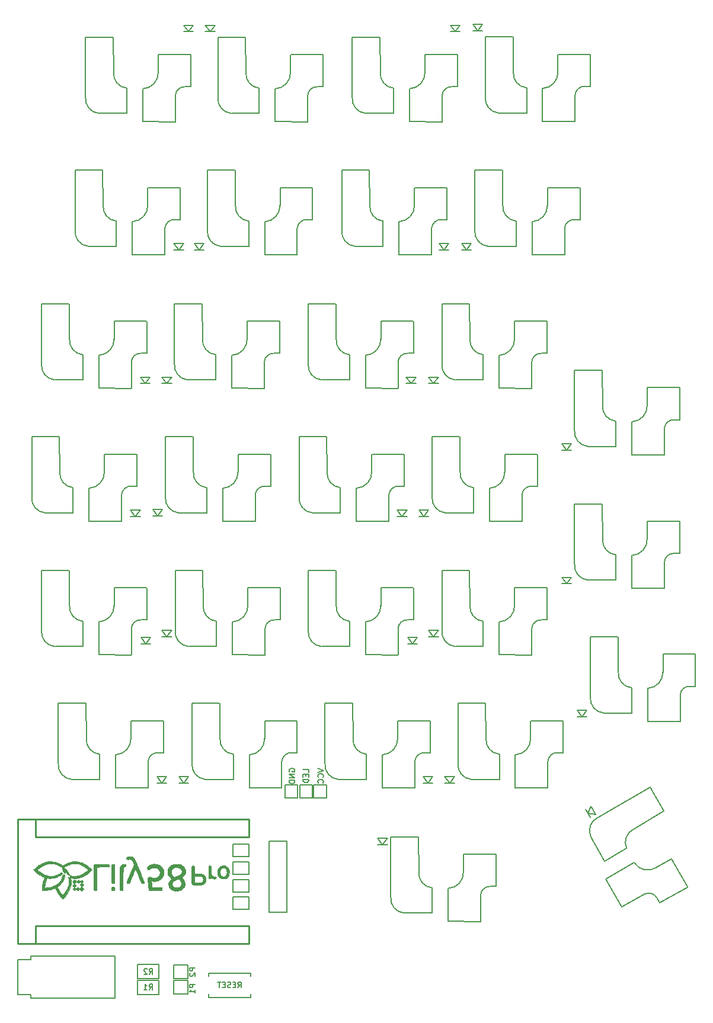
<source format=gbo>
G04 #@! TF.GenerationSoftware,KiCad,Pcbnew,5.1.5-52549c5~84~ubuntu18.04.1*
G04 #@! TF.CreationDate,2019-12-02T10:01:40+01:00*
G04 #@! TF.ProjectId,Lily58_Pro_OneForAll,4c696c79-3538-45f5-9072-6f5f4f6e6546,rev?*
G04 #@! TF.SameCoordinates,Original*
G04 #@! TF.FileFunction,Legend,Bot*
G04 #@! TF.FilePolarity,Positive*
%FSLAX46Y46*%
G04 Gerber Fmt 4.6, Leading zero omitted, Abs format (unit mm)*
G04 Created by KiCad (PCBNEW 5.1.5-52549c5~84~ubuntu18.04.1) date 2019-12-02 10:01:40*
%MOMM*%
%LPD*%
G04 APERTURE LIST*
%ADD10C,0.150000*%
%ADD11C,0.010000*%
%ADD12C,0.250000*%
G04 APERTURE END LIST*
D10*
X17075000Y-152015000D02*
X15175000Y-152015000D01*
X17075000Y-151515000D02*
X17075000Y-152015000D01*
X15175000Y-156965000D02*
X15175000Y-152015000D01*
X17075000Y-157015000D02*
X15175000Y-157015000D01*
X29075000Y-157515000D02*
X17075000Y-157515000D01*
X29075000Y-151515000D02*
X29075000Y-157515000D01*
X17075000Y-151515000D02*
X29075000Y-151515000D01*
X17075000Y-157515000D02*
X17075000Y-157015000D01*
X53375000Y-127065000D02*
X55175000Y-127065000D01*
X53375000Y-128865000D02*
X53375000Y-127065000D01*
X55175000Y-128865000D02*
X53375000Y-128865000D01*
X55175000Y-127065000D02*
X55175000Y-128865000D01*
X57475000Y-127065000D02*
X59275000Y-127065000D01*
X57475000Y-128865000D02*
X57475000Y-127065000D01*
X59275000Y-128865000D02*
X57475000Y-128865000D01*
X59275000Y-127065000D02*
X59275000Y-128865000D01*
X55475000Y-127065000D02*
X57275000Y-127065000D01*
X55475000Y-128865000D02*
X55475000Y-127065000D01*
X57275000Y-128865000D02*
X55475000Y-128865000D01*
X57275000Y-127065000D02*
X57275000Y-128865000D01*
D11*
G36*
X23283607Y-142088233D02*
G01*
X23323838Y-142054209D01*
X23371116Y-142008726D01*
X23416340Y-141960966D01*
X23450409Y-141920114D01*
X23464223Y-141895352D01*
X23464231Y-141895055D01*
X23451144Y-141872615D01*
X23417897Y-141833402D01*
X23373511Y-141786545D01*
X23327007Y-141741171D01*
X23287404Y-141706408D01*
X23263725Y-141691384D01*
X23262872Y-141691307D01*
X23242838Y-141704098D01*
X23203685Y-141737749D01*
X23153613Y-141785182D01*
X23149930Y-141788816D01*
X23095015Y-141848589D01*
X23067230Y-141891618D01*
X23065808Y-141910931D01*
X23091772Y-141945558D01*
X23132699Y-141990795D01*
X23179354Y-142037556D01*
X23222507Y-142076752D01*
X23252925Y-142099295D01*
X23259523Y-142101615D01*
X23283607Y-142088233D01*
G37*
X23283607Y-142088233D02*
X23323838Y-142054209D01*
X23371116Y-142008726D01*
X23416340Y-141960966D01*
X23450409Y-141920114D01*
X23464223Y-141895352D01*
X23464231Y-141895055D01*
X23451144Y-141872615D01*
X23417897Y-141833402D01*
X23373511Y-141786545D01*
X23327007Y-141741171D01*
X23287404Y-141706408D01*
X23263725Y-141691384D01*
X23262872Y-141691307D01*
X23242838Y-141704098D01*
X23203685Y-141737749D01*
X23153613Y-141785182D01*
X23149930Y-141788816D01*
X23095015Y-141848589D01*
X23067230Y-141891618D01*
X23065808Y-141910931D01*
X23091772Y-141945558D01*
X23132699Y-141990795D01*
X23179354Y-142037556D01*
X23222507Y-142076752D01*
X23252925Y-142099295D01*
X23259523Y-142101615D01*
X23283607Y-142088233D01*
G36*
X23757373Y-142125194D02*
G01*
X23806594Y-142083554D01*
X23873875Y-142018389D01*
X23932320Y-141957837D01*
X23999870Y-141886242D01*
X23884085Y-141769236D01*
X23820648Y-141710061D01*
X23767268Y-141669650D01*
X23731084Y-141653332D01*
X23728611Y-141653232D01*
X23695896Y-141667662D01*
X23647788Y-141704954D01*
X23593694Y-141757771D01*
X23591364Y-141760293D01*
X23542810Y-141814800D01*
X23505688Y-141859696D01*
X23487329Y-141886071D01*
X23486785Y-141887414D01*
X23496646Y-141909192D01*
X23527742Y-141949145D01*
X23572337Y-141999227D01*
X23622693Y-142051390D01*
X23671074Y-142097590D01*
X23709743Y-142129777D01*
X23729758Y-142140119D01*
X23757373Y-142125194D01*
G37*
X23757373Y-142125194D02*
X23806594Y-142083554D01*
X23873875Y-142018389D01*
X23932320Y-141957837D01*
X23999870Y-141886242D01*
X23884085Y-141769236D01*
X23820648Y-141710061D01*
X23767268Y-141669650D01*
X23731084Y-141653332D01*
X23728611Y-141653232D01*
X23695896Y-141667662D01*
X23647788Y-141704954D01*
X23593694Y-141757771D01*
X23591364Y-141760293D01*
X23542810Y-141814800D01*
X23505688Y-141859696D01*
X23487329Y-141886071D01*
X23486785Y-141887414D01*
X23496646Y-141909192D01*
X23527742Y-141949145D01*
X23572337Y-141999227D01*
X23622693Y-142051390D01*
X23671074Y-142097590D01*
X23709743Y-142129777D01*
X23729758Y-142140119D01*
X23757373Y-142125194D01*
G36*
X28885807Y-142136613D02*
G01*
X28950708Y-142120518D01*
X28991026Y-142086624D01*
X29013757Y-142029143D01*
X29025627Y-141945307D01*
X29028425Y-141855604D01*
X29021971Y-141772014D01*
X29014831Y-141736036D01*
X28995569Y-141681528D01*
X28968037Y-141651956D01*
X28919800Y-141633568D01*
X28798749Y-141615125D01*
X28687860Y-141627808D01*
X28647961Y-141641798D01*
X28605947Y-141670157D01*
X28579159Y-141715625D01*
X28565930Y-141784262D01*
X28564588Y-141882131D01*
X28567259Y-141934837D01*
X28577725Y-142026829D01*
X28599746Y-142086953D01*
X28640281Y-142121659D01*
X28706291Y-142137402D01*
X28789325Y-142140692D01*
X28885807Y-142136613D01*
G37*
X28885807Y-142136613D02*
X28950708Y-142120518D01*
X28991026Y-142086624D01*
X29013757Y-142029143D01*
X29025627Y-141945307D01*
X29028425Y-141855604D01*
X29021971Y-141772014D01*
X29014831Y-141736036D01*
X28995569Y-141681528D01*
X28968037Y-141651956D01*
X28919800Y-141633568D01*
X28798749Y-141615125D01*
X28687860Y-141627808D01*
X28647961Y-141641798D01*
X28605947Y-141670157D01*
X28579159Y-141715625D01*
X28565930Y-141784262D01*
X28564588Y-141882131D01*
X28567259Y-141934837D01*
X28577725Y-142026829D01*
X28599746Y-142086953D01*
X28640281Y-142121659D01*
X28706291Y-142137402D01*
X28789325Y-142140692D01*
X28885807Y-142136613D01*
G36*
X24334428Y-142166058D02*
G01*
X24380959Y-142130118D01*
X24436833Y-142079733D01*
X24494232Y-142022690D01*
X24545342Y-141966774D01*
X24582344Y-141919770D01*
X24597423Y-141889466D01*
X24597461Y-141888520D01*
X24584136Y-141861918D01*
X24549184Y-141817274D01*
X24500139Y-141762324D01*
X24444537Y-141704806D01*
X24389912Y-141652457D01*
X24343799Y-141613015D01*
X24313733Y-141594217D01*
X24310275Y-141593615D01*
X24287613Y-141606603D01*
X24244710Y-141641572D01*
X24188613Y-141692531D01*
X24149573Y-141730245D01*
X24090932Y-141790242D01*
X24044630Y-141841514D01*
X24016721Y-141877135D01*
X24011308Y-141888452D01*
X24024892Y-141914697D01*
X24060534Y-141958706D01*
X24110568Y-142012875D01*
X24167327Y-142069603D01*
X24223144Y-142121287D01*
X24270354Y-142160323D01*
X24301290Y-142179108D01*
X24305057Y-142179769D01*
X24334428Y-142166058D01*
G37*
X24334428Y-142166058D02*
X24380959Y-142130118D01*
X24436833Y-142079733D01*
X24494232Y-142022690D01*
X24545342Y-141966774D01*
X24582344Y-141919770D01*
X24597423Y-141889466D01*
X24597461Y-141888520D01*
X24584136Y-141861918D01*
X24549184Y-141817274D01*
X24500139Y-141762324D01*
X24444537Y-141704806D01*
X24389912Y-141652457D01*
X24343799Y-141613015D01*
X24313733Y-141594217D01*
X24310275Y-141593615D01*
X24287613Y-141606603D01*
X24244710Y-141641572D01*
X24188613Y-141692531D01*
X24149573Y-141730245D01*
X24090932Y-141790242D01*
X24044630Y-141841514D01*
X24016721Y-141877135D01*
X24011308Y-141888452D01*
X24024892Y-141914697D01*
X24060534Y-141958706D01*
X24110568Y-142012875D01*
X24167327Y-142069603D01*
X24223144Y-142121287D01*
X24270354Y-142160323D01*
X24301290Y-142179108D01*
X24305057Y-142179769D01*
X24334428Y-142166058D01*
G36*
X23290220Y-141638618D02*
G01*
X23338061Y-141603533D01*
X23392219Y-141555598D01*
X23443709Y-141503440D01*
X23483543Y-141455684D01*
X23502736Y-141420955D01*
X23503308Y-141416484D01*
X23490202Y-141390786D01*
X23456269Y-141347867D01*
X23409581Y-141296065D01*
X23358212Y-141243719D01*
X23310237Y-141199166D01*
X23273729Y-141170747D01*
X23259688Y-141164883D01*
X23237595Y-141178599D01*
X23196558Y-141214097D01*
X23144275Y-141264576D01*
X23127192Y-141281990D01*
X23075323Y-141337765D01*
X23036130Y-141384143D01*
X23016130Y-141413261D01*
X23014846Y-141417536D01*
X23028826Y-141446811D01*
X23064844Y-141491398D01*
X23114021Y-141542714D01*
X23167474Y-141592176D01*
X23216323Y-141631200D01*
X23251687Y-141651204D01*
X23257684Y-141652230D01*
X23290220Y-141638618D01*
G37*
X23290220Y-141638618D02*
X23338061Y-141603533D01*
X23392219Y-141555598D01*
X23443709Y-141503440D01*
X23483543Y-141455684D01*
X23502736Y-141420955D01*
X23503308Y-141416484D01*
X23490202Y-141390786D01*
X23456269Y-141347867D01*
X23409581Y-141296065D01*
X23358212Y-141243719D01*
X23310237Y-141199166D01*
X23273729Y-141170747D01*
X23259688Y-141164883D01*
X23237595Y-141178599D01*
X23196558Y-141214097D01*
X23144275Y-141264576D01*
X23127192Y-141281990D01*
X23075323Y-141337765D01*
X23036130Y-141384143D01*
X23016130Y-141413261D01*
X23014846Y-141417536D01*
X23028826Y-141446811D01*
X23064844Y-141491398D01*
X23114021Y-141542714D01*
X23167474Y-141592176D01*
X23216323Y-141631200D01*
X23251687Y-141651204D01*
X23257684Y-141652230D01*
X23290220Y-141638618D01*
G36*
X24330677Y-141541345D02*
G01*
X24374243Y-141507182D01*
X24426652Y-141460176D01*
X24479476Y-141408453D01*
X24524286Y-141360140D01*
X24552655Y-141323362D01*
X24558291Y-141309741D01*
X24544890Y-141288077D01*
X24510266Y-141248722D01*
X24462638Y-141199679D01*
X24410226Y-141148952D01*
X24361250Y-141104544D01*
X24323928Y-141074457D01*
X24308043Y-141066076D01*
X24287472Y-141078936D01*
X24246867Y-141113256D01*
X24193609Y-141162653D01*
X24170894Y-141184732D01*
X24116590Y-141239567D01*
X24074994Y-141284173D01*
X24052553Y-141311524D01*
X24050384Y-141316050D01*
X24064091Y-141339251D01*
X24099566Y-141379256D01*
X24148343Y-141428115D01*
X24201953Y-141477878D01*
X24251929Y-141520594D01*
X24289804Y-141548312D01*
X24304384Y-141554538D01*
X24330677Y-141541345D01*
G37*
X24330677Y-141541345D02*
X24374243Y-141507182D01*
X24426652Y-141460176D01*
X24479476Y-141408453D01*
X24524286Y-141360140D01*
X24552655Y-141323362D01*
X24558291Y-141309741D01*
X24544890Y-141288077D01*
X24510266Y-141248722D01*
X24462638Y-141199679D01*
X24410226Y-141148952D01*
X24361250Y-141104544D01*
X24323928Y-141074457D01*
X24308043Y-141066076D01*
X24287472Y-141078936D01*
X24246867Y-141113256D01*
X24193609Y-141162653D01*
X24170894Y-141184732D01*
X24116590Y-141239567D01*
X24074994Y-141284173D01*
X24052553Y-141311524D01*
X24050384Y-141316050D01*
X24064091Y-141339251D01*
X24099566Y-141379256D01*
X24148343Y-141428115D01*
X24201953Y-141477878D01*
X24251929Y-141520594D01*
X24289804Y-141548312D01*
X24304384Y-141554538D01*
X24330677Y-141541345D01*
G36*
X24341022Y-141012907D02*
G01*
X24387554Y-140977428D01*
X24436175Y-140930763D01*
X24476561Y-140883111D01*
X24498385Y-140844672D01*
X24499769Y-140836484D01*
X24486025Y-140803727D01*
X24451289Y-140757747D01*
X24405309Y-140708539D01*
X24357830Y-140666095D01*
X24318599Y-140640411D01*
X24305201Y-140636974D01*
X24276407Y-140650687D01*
X24232303Y-140685520D01*
X24192038Y-140724221D01*
X24148041Y-140773778D01*
X24117936Y-140814814D01*
X24109000Y-140835083D01*
X24123047Y-140865153D01*
X24158503Y-140908710D01*
X24205343Y-140956032D01*
X24253537Y-140997394D01*
X24293061Y-141023072D01*
X24306905Y-141027000D01*
X24341022Y-141012907D01*
G37*
X24341022Y-141012907D02*
X24387554Y-140977428D01*
X24436175Y-140930763D01*
X24476561Y-140883111D01*
X24498385Y-140844672D01*
X24499769Y-140836484D01*
X24486025Y-140803727D01*
X24451289Y-140757747D01*
X24405309Y-140708539D01*
X24357830Y-140666095D01*
X24318599Y-140640411D01*
X24305201Y-140636974D01*
X24276407Y-140650687D01*
X24232303Y-140685520D01*
X24192038Y-140724221D01*
X24148041Y-140773778D01*
X24117936Y-140814814D01*
X24109000Y-140835083D01*
X24123047Y-140865153D01*
X24158503Y-140908710D01*
X24205343Y-140956032D01*
X24253537Y-140997394D01*
X24293061Y-141023072D01*
X24306905Y-141027000D01*
X24341022Y-141012907D01*
G36*
X23857702Y-141072756D02*
G01*
X23900704Y-141039451D01*
X23953143Y-140993605D01*
X24006558Y-140943126D01*
X24052491Y-140895919D01*
X24082483Y-140859892D01*
X24089461Y-140845538D01*
X24075895Y-140821288D01*
X24040731Y-140780069D01*
X23992268Y-140729893D01*
X23938806Y-140678773D01*
X23888645Y-140634721D01*
X23850084Y-140605749D01*
X23833805Y-140598735D01*
X23806653Y-140612782D01*
X23763123Y-140647869D01*
X23717505Y-140691543D01*
X23652023Y-140758975D01*
X23611623Y-140805906D01*
X23595442Y-140841055D01*
X23602615Y-140873138D01*
X23632276Y-140910874D01*
X23683562Y-140962981D01*
X23689946Y-140969418D01*
X23746040Y-141022940D01*
X23794441Y-141063437D01*
X23826940Y-141084220D01*
X23832595Y-141085615D01*
X23857702Y-141072756D01*
G37*
X23857702Y-141072756D02*
X23900704Y-141039451D01*
X23953143Y-140993605D01*
X24006558Y-140943126D01*
X24052491Y-140895919D01*
X24082483Y-140859892D01*
X24089461Y-140845538D01*
X24075895Y-140821288D01*
X24040731Y-140780069D01*
X23992268Y-140729893D01*
X23938806Y-140678773D01*
X23888645Y-140634721D01*
X23850084Y-140605749D01*
X23833805Y-140598735D01*
X23806653Y-140612782D01*
X23763123Y-140647869D01*
X23717505Y-140691543D01*
X23652023Y-140758975D01*
X23611623Y-140805906D01*
X23595442Y-140841055D01*
X23602615Y-140873138D01*
X23632276Y-140910874D01*
X23683562Y-140962981D01*
X23689946Y-140969418D01*
X23746040Y-141022940D01*
X23794441Y-141063437D01*
X23826940Y-141084220D01*
X23832595Y-141085615D01*
X23857702Y-141072756D01*
G36*
X23288585Y-141130152D02*
G01*
X23332592Y-141093226D01*
X23385797Y-141041413D01*
X23440780Y-140982677D01*
X23490124Y-140924979D01*
X23526408Y-140876283D01*
X23542214Y-140844549D01*
X23542384Y-140842448D01*
X23528521Y-140809296D01*
X23492303Y-140760048D01*
X23441787Y-140702898D01*
X23385029Y-140646040D01*
X23330085Y-140597667D01*
X23285013Y-140565974D01*
X23262771Y-140558076D01*
X23234034Y-140571031D01*
X23186425Y-140605657D01*
X23128304Y-140655599D01*
X23102171Y-140680192D01*
X23041279Y-140743463D01*
X22997634Y-140797658D01*
X22976818Y-140835628D01*
X22975835Y-140841908D01*
X22988994Y-140870497D01*
X23023581Y-140917038D01*
X23072172Y-140973667D01*
X23127346Y-141032522D01*
X23181680Y-141085738D01*
X23227753Y-141125452D01*
X23258142Y-141143801D01*
X23261195Y-141144230D01*
X23288585Y-141130152D01*
G37*
X23288585Y-141130152D02*
X23332592Y-141093226D01*
X23385797Y-141041413D01*
X23440780Y-140982677D01*
X23490124Y-140924979D01*
X23526408Y-140876283D01*
X23542214Y-140844549D01*
X23542384Y-140842448D01*
X23528521Y-140809296D01*
X23492303Y-140760048D01*
X23441787Y-140702898D01*
X23385029Y-140646040D01*
X23330085Y-140597667D01*
X23285013Y-140565974D01*
X23262771Y-140558076D01*
X23234034Y-140571031D01*
X23186425Y-140605657D01*
X23128304Y-140655599D01*
X23102171Y-140680192D01*
X23041279Y-140743463D01*
X22997634Y-140797658D01*
X22976818Y-140835628D01*
X22975835Y-140841908D01*
X22988994Y-140870497D01*
X23023581Y-140917038D01*
X23072172Y-140973667D01*
X23127346Y-141032522D01*
X23181680Y-141085738D01*
X23227753Y-141125452D01*
X23258142Y-141143801D01*
X23261195Y-141144230D01*
X23288585Y-141130152D01*
G36*
X43379373Y-140456527D02*
G01*
X43425577Y-140441733D01*
X43462734Y-140412426D01*
X43502938Y-140348014D01*
X43505620Y-140272849D01*
X43481029Y-140205697D01*
X43462475Y-140175376D01*
X43438673Y-140154561D01*
X43401486Y-140140318D01*
X43342774Y-140129709D01*
X43254398Y-140119799D01*
X43238594Y-140118241D01*
X43111109Y-140094578D01*
X43011298Y-140049210D01*
X42932164Y-139978459D01*
X42905234Y-139942956D01*
X42870977Y-139891159D01*
X42844100Y-139843215D01*
X42823711Y-139793539D01*
X42808922Y-139736547D01*
X42798841Y-139666652D01*
X42792578Y-139578271D01*
X42789242Y-139465818D01*
X42787943Y-139323707D01*
X42787769Y-139206182D01*
X42787398Y-139045769D01*
X42785875Y-138919647D01*
X42782589Y-138823033D01*
X42776925Y-138751147D01*
X42768271Y-138699204D01*
X42756013Y-138662424D01*
X42739539Y-138636023D01*
X42718236Y-138615220D01*
X42711308Y-138609736D01*
X42671891Y-138595207D01*
X42611582Y-138587703D01*
X42548099Y-138588225D01*
X42499166Y-138597769D01*
X42473298Y-138621045D01*
X42445697Y-138663136D01*
X42445435Y-138663641D01*
X42438055Y-138683392D01*
X42432002Y-138713768D01*
X42427153Y-138758348D01*
X42423387Y-138820712D01*
X42420582Y-138904439D01*
X42418617Y-139013109D01*
X42417369Y-139150300D01*
X42416717Y-139319592D01*
X42416538Y-139513083D01*
X42416665Y-139717088D01*
X42417252Y-139885695D01*
X42418612Y-140022581D01*
X42421056Y-140131425D01*
X42424896Y-140215904D01*
X42430442Y-140279696D01*
X42438008Y-140326480D01*
X42447903Y-140359933D01*
X42460440Y-140383734D01*
X42475930Y-140401560D01*
X42492999Y-140415801D01*
X42535900Y-140432296D01*
X42598673Y-140439818D01*
X42662904Y-140437213D01*
X42698971Y-140428709D01*
X42735642Y-140397557D01*
X42766995Y-140342354D01*
X42785568Y-140278069D01*
X42787769Y-140250592D01*
X42788815Y-140223654D01*
X42795893Y-140213848D01*
X42814912Y-140223755D01*
X42851780Y-140255954D01*
X42896655Y-140298134D01*
X43007925Y-140384644D01*
X43126469Y-140437028D01*
X43262008Y-140459099D01*
X43309973Y-140460384D01*
X43379373Y-140456527D01*
G37*
X43379373Y-140456527D02*
X43425577Y-140441733D01*
X43462734Y-140412426D01*
X43502938Y-140348014D01*
X43505620Y-140272849D01*
X43481029Y-140205697D01*
X43462475Y-140175376D01*
X43438673Y-140154561D01*
X43401486Y-140140318D01*
X43342774Y-140129709D01*
X43254398Y-140119799D01*
X43238594Y-140118241D01*
X43111109Y-140094578D01*
X43011298Y-140049210D01*
X42932164Y-139978459D01*
X42905234Y-139942956D01*
X42870977Y-139891159D01*
X42844100Y-139843215D01*
X42823711Y-139793539D01*
X42808922Y-139736547D01*
X42798841Y-139666652D01*
X42792578Y-139578271D01*
X42789242Y-139465818D01*
X42787943Y-139323707D01*
X42787769Y-139206182D01*
X42787398Y-139045769D01*
X42785875Y-138919647D01*
X42782589Y-138823033D01*
X42776925Y-138751147D01*
X42768271Y-138699204D01*
X42756013Y-138662424D01*
X42739539Y-138636023D01*
X42718236Y-138615220D01*
X42711308Y-138609736D01*
X42671891Y-138595207D01*
X42611582Y-138587703D01*
X42548099Y-138588225D01*
X42499166Y-138597769D01*
X42473298Y-138621045D01*
X42445697Y-138663136D01*
X42445435Y-138663641D01*
X42438055Y-138683392D01*
X42432002Y-138713768D01*
X42427153Y-138758348D01*
X42423387Y-138820712D01*
X42420582Y-138904439D01*
X42418617Y-139013109D01*
X42417369Y-139150300D01*
X42416717Y-139319592D01*
X42416538Y-139513083D01*
X42416665Y-139717088D01*
X42417252Y-139885695D01*
X42418612Y-140022581D01*
X42421056Y-140131425D01*
X42424896Y-140215904D01*
X42430442Y-140279696D01*
X42438008Y-140326480D01*
X42447903Y-140359933D01*
X42460440Y-140383734D01*
X42475930Y-140401560D01*
X42492999Y-140415801D01*
X42535900Y-140432296D01*
X42598673Y-140439818D01*
X42662904Y-140437213D01*
X42698971Y-140428709D01*
X42735642Y-140397557D01*
X42766995Y-140342354D01*
X42785568Y-140278069D01*
X42787769Y-140250592D01*
X42788815Y-140223654D01*
X42795893Y-140213848D01*
X42814912Y-140223755D01*
X42851780Y-140255954D01*
X42896655Y-140298134D01*
X43007925Y-140384644D01*
X43126469Y-140437028D01*
X43262008Y-140459099D01*
X43309973Y-140460384D01*
X43379373Y-140456527D01*
G36*
X40899125Y-141329864D02*
G01*
X41039985Y-141327430D01*
X41171700Y-141323738D01*
X41287459Y-141318855D01*
X41380448Y-141312845D01*
X41443854Y-141305776D01*
X41459154Y-141302730D01*
X41612943Y-141249846D01*
X41749804Y-141175093D01*
X41859719Y-141084023D01*
X41866240Y-141077077D01*
X41957698Y-140950315D01*
X42019850Y-140805028D01*
X42052944Y-140648099D01*
X42057224Y-140486410D01*
X42032936Y-140326846D01*
X41980327Y-140176288D01*
X41899642Y-140041621D01*
X41826358Y-139960278D01*
X41756121Y-139899870D01*
X41684457Y-139851088D01*
X41606305Y-139812776D01*
X41516606Y-139783775D01*
X41410303Y-139762929D01*
X41282335Y-139749080D01*
X41127643Y-139741070D01*
X40941169Y-139737741D01*
X40852500Y-139737461D01*
X40384538Y-139737461D01*
X40384538Y-138680608D01*
X40336580Y-138632650D01*
X40272421Y-138593874D01*
X40193855Y-138582471D01*
X40114400Y-138598479D01*
X40058359Y-138631838D01*
X40003538Y-138678984D01*
X39998187Y-139818340D01*
X39997204Y-140094900D01*
X39997046Y-140333884D01*
X39997643Y-140509956D01*
X40384538Y-140509956D01*
X40384538Y-140069615D01*
X40836541Y-140069615D01*
X41021846Y-140070855D01*
X41169521Y-140074562D01*
X41279162Y-140080719D01*
X41350367Y-140089308D01*
X41368276Y-140093504D01*
X41449442Y-140132711D01*
X41527994Y-140195725D01*
X41592498Y-140271332D01*
X41631519Y-140348323D01*
X41632850Y-140352923D01*
X41654337Y-140479805D01*
X41652034Y-140607011D01*
X41627668Y-140725194D01*
X41582964Y-140825004D01*
X41534734Y-140884413D01*
X41494734Y-140918305D01*
X41453650Y-140944750D01*
X41405996Y-140964763D01*
X41346286Y-140979360D01*
X41269035Y-140989558D01*
X41168757Y-140996373D01*
X41039965Y-141000819D01*
X40890615Y-141003708D01*
X40746157Y-141005681D01*
X40635748Y-141006333D01*
X40554375Y-141005396D01*
X40497024Y-141002602D01*
X40458681Y-140997680D01*
X40434334Y-140990364D01*
X40418968Y-140980385D01*
X40416807Y-140978323D01*
X40406195Y-140963466D01*
X40398155Y-140939588D01*
X40392344Y-140901691D01*
X40388420Y-140844778D01*
X40386039Y-140763849D01*
X40384860Y-140653908D01*
X40384538Y-140509956D01*
X39997643Y-140509956D01*
X39997734Y-140536783D01*
X39999289Y-140705090D01*
X40001731Y-140840298D01*
X40005080Y-140943898D01*
X40009357Y-141017383D01*
X40014582Y-141062245D01*
X40015229Y-141065563D01*
X40053410Y-141168747D01*
X40117616Y-141249611D01*
X40202302Y-141302106D01*
X40243449Y-141314412D01*
X40296108Y-141320894D01*
X40380498Y-141325725D01*
X40489808Y-141328973D01*
X40617224Y-141330702D01*
X40755934Y-141330977D01*
X40899125Y-141329864D01*
G37*
X40899125Y-141329864D02*
X41039985Y-141327430D01*
X41171700Y-141323738D01*
X41287459Y-141318855D01*
X41380448Y-141312845D01*
X41443854Y-141305776D01*
X41459154Y-141302730D01*
X41612943Y-141249846D01*
X41749804Y-141175093D01*
X41859719Y-141084023D01*
X41866240Y-141077077D01*
X41957698Y-140950315D01*
X42019850Y-140805028D01*
X42052944Y-140648099D01*
X42057224Y-140486410D01*
X42032936Y-140326846D01*
X41980327Y-140176288D01*
X41899642Y-140041621D01*
X41826358Y-139960278D01*
X41756121Y-139899870D01*
X41684457Y-139851088D01*
X41606305Y-139812776D01*
X41516606Y-139783775D01*
X41410303Y-139762929D01*
X41282335Y-139749080D01*
X41127643Y-139741070D01*
X40941169Y-139737741D01*
X40852500Y-139737461D01*
X40384538Y-139737461D01*
X40384538Y-138680608D01*
X40336580Y-138632650D01*
X40272421Y-138593874D01*
X40193855Y-138582471D01*
X40114400Y-138598479D01*
X40058359Y-138631838D01*
X40003538Y-138678984D01*
X39998187Y-139818340D01*
X39997204Y-140094900D01*
X39997046Y-140333884D01*
X39997643Y-140509956D01*
X40384538Y-140509956D01*
X40384538Y-140069615D01*
X40836541Y-140069615D01*
X41021846Y-140070855D01*
X41169521Y-140074562D01*
X41279162Y-140080719D01*
X41350367Y-140089308D01*
X41368276Y-140093504D01*
X41449442Y-140132711D01*
X41527994Y-140195725D01*
X41592498Y-140271332D01*
X41631519Y-140348323D01*
X41632850Y-140352923D01*
X41654337Y-140479805D01*
X41652034Y-140607011D01*
X41627668Y-140725194D01*
X41582964Y-140825004D01*
X41534734Y-140884413D01*
X41494734Y-140918305D01*
X41453650Y-140944750D01*
X41405996Y-140964763D01*
X41346286Y-140979360D01*
X41269035Y-140989558D01*
X41168757Y-140996373D01*
X41039965Y-141000819D01*
X40890615Y-141003708D01*
X40746157Y-141005681D01*
X40635748Y-141006333D01*
X40554375Y-141005396D01*
X40497024Y-141002602D01*
X40458681Y-140997680D01*
X40434334Y-140990364D01*
X40418968Y-140980385D01*
X40416807Y-140978323D01*
X40406195Y-140963466D01*
X40398155Y-140939588D01*
X40392344Y-140901691D01*
X40388420Y-140844778D01*
X40386039Y-140763849D01*
X40384860Y-140653908D01*
X40384538Y-140509956D01*
X39997643Y-140509956D01*
X39997734Y-140536783D01*
X39999289Y-140705090D01*
X40001731Y-140840298D01*
X40005080Y-140943898D01*
X40009357Y-141017383D01*
X40014582Y-141062245D01*
X40015229Y-141065563D01*
X40053410Y-141168747D01*
X40117616Y-141249611D01*
X40202302Y-141302106D01*
X40243449Y-141314412D01*
X40296108Y-141320894D01*
X40380498Y-141325725D01*
X40489808Y-141328973D01*
X40617224Y-141330702D01*
X40755934Y-141330977D01*
X40899125Y-141329864D01*
G36*
X44780656Y-140433125D02*
G01*
X44913936Y-140388988D01*
X45031604Y-140318562D01*
X45124018Y-140237402D01*
X45235302Y-140104925D01*
X45315754Y-139959446D01*
X45367210Y-139795977D01*
X45391504Y-139609529D01*
X45394019Y-139503000D01*
X45377775Y-139292239D01*
X45332377Y-139104727D01*
X45273335Y-138969024D01*
X45205337Y-138870783D01*
X45113179Y-138774679D01*
X45008871Y-138691383D01*
X44904422Y-138631562D01*
X44883945Y-138623114D01*
X44770681Y-138592227D01*
X44637114Y-138574621D01*
X44498986Y-138571065D01*
X44372036Y-138582327D01*
X44312243Y-138595237D01*
X44154886Y-138658928D01*
X44017493Y-138754915D01*
X43902358Y-138880642D01*
X43811773Y-139033552D01*
X43748032Y-139211089D01*
X43743378Y-139229461D01*
X43726907Y-139330520D01*
X43718914Y-139453943D01*
X43719127Y-139512769D01*
X44077308Y-139512769D01*
X44089438Y-139334553D01*
X44125141Y-139181241D01*
X44183382Y-139055098D01*
X44263128Y-138958388D01*
X44359233Y-138895213D01*
X44451603Y-138868485D01*
X44560248Y-138859519D01*
X44666975Y-138868635D01*
X44737358Y-138888575D01*
X44844361Y-138952185D01*
X44927063Y-139043921D01*
X44985810Y-139164601D01*
X45020947Y-139315046D01*
X45032821Y-139496075D01*
X45030839Y-139583995D01*
X45016377Y-139737807D01*
X44986985Y-139861511D01*
X44940420Y-139961962D01*
X44882221Y-140037886D01*
X44788107Y-140111384D01*
X44677103Y-140155113D01*
X44557650Y-140169058D01*
X44438187Y-140153206D01*
X44327157Y-140107541D01*
X44239502Y-140038969D01*
X44164476Y-139937779D01*
X44113183Y-139813108D01*
X44084575Y-139661560D01*
X44077308Y-139512769D01*
X43719127Y-139512769D01*
X43719388Y-139584247D01*
X43728319Y-139705950D01*
X43743762Y-139796076D01*
X43806247Y-139977321D01*
X43895952Y-140132472D01*
X44010378Y-140259652D01*
X44147025Y-140356988D01*
X44303393Y-140422604D01*
X44476983Y-140454624D01*
X44622233Y-140455107D01*
X44780656Y-140433125D01*
G37*
X44780656Y-140433125D02*
X44913936Y-140388988D01*
X45031604Y-140318562D01*
X45124018Y-140237402D01*
X45235302Y-140104925D01*
X45315754Y-139959446D01*
X45367210Y-139795977D01*
X45391504Y-139609529D01*
X45394019Y-139503000D01*
X45377775Y-139292239D01*
X45332377Y-139104727D01*
X45273335Y-138969024D01*
X45205337Y-138870783D01*
X45113179Y-138774679D01*
X45008871Y-138691383D01*
X44904422Y-138631562D01*
X44883945Y-138623114D01*
X44770681Y-138592227D01*
X44637114Y-138574621D01*
X44498986Y-138571065D01*
X44372036Y-138582327D01*
X44312243Y-138595237D01*
X44154886Y-138658928D01*
X44017493Y-138754915D01*
X43902358Y-138880642D01*
X43811773Y-139033552D01*
X43748032Y-139211089D01*
X43743378Y-139229461D01*
X43726907Y-139330520D01*
X43718914Y-139453943D01*
X43719127Y-139512769D01*
X44077308Y-139512769D01*
X44089438Y-139334553D01*
X44125141Y-139181241D01*
X44183382Y-139055098D01*
X44263128Y-138958388D01*
X44359233Y-138895213D01*
X44451603Y-138868485D01*
X44560248Y-138859519D01*
X44666975Y-138868635D01*
X44737358Y-138888575D01*
X44844361Y-138952185D01*
X44927063Y-139043921D01*
X44985810Y-139164601D01*
X45020947Y-139315046D01*
X45032821Y-139496075D01*
X45030839Y-139583995D01*
X45016377Y-139737807D01*
X44986985Y-139861511D01*
X44940420Y-139961962D01*
X44882221Y-140037886D01*
X44788107Y-140111384D01*
X44677103Y-140155113D01*
X44557650Y-140169058D01*
X44438187Y-140153206D01*
X44327157Y-140107541D01*
X44239502Y-140038969D01*
X44164476Y-139937779D01*
X44113183Y-139813108D01*
X44084575Y-139661560D01*
X44077308Y-139512769D01*
X43719127Y-139512769D01*
X43719388Y-139584247D01*
X43728319Y-139705950D01*
X43743762Y-139796076D01*
X43806247Y-139977321D01*
X43895952Y-140132472D01*
X44010378Y-140259652D01*
X44147025Y-140356988D01*
X44303393Y-140422604D01*
X44476983Y-140454624D01*
X44622233Y-140455107D01*
X44780656Y-140433125D01*
G36*
X28864770Y-141084384D02*
G01*
X28912207Y-141078630D01*
X28942613Y-141065263D01*
X28966995Y-141041192D01*
X28972659Y-141034134D01*
X28980798Y-141023079D01*
X28987766Y-141010220D01*
X28993654Y-140992623D01*
X28998554Y-140967357D01*
X29002555Y-140931490D01*
X29005749Y-140882090D01*
X29008228Y-140816224D01*
X29010080Y-140730960D01*
X29011399Y-140623367D01*
X29012273Y-140490512D01*
X29012795Y-140329464D01*
X29013055Y-140137289D01*
X29013144Y-139911056D01*
X29013154Y-139727692D01*
X29013131Y-139475435D01*
X29013002Y-139259322D01*
X29012675Y-139076423D01*
X29012061Y-138923803D01*
X29011068Y-138798533D01*
X29009605Y-138697679D01*
X29007581Y-138618309D01*
X29004906Y-138557491D01*
X29001488Y-138512293D01*
X28997237Y-138479784D01*
X28992062Y-138457030D01*
X28985871Y-138441100D01*
X28978575Y-138429061D01*
X28972659Y-138421250D01*
X28947286Y-138393750D01*
X28917970Y-138378247D01*
X28873211Y-138371376D01*
X28801512Y-138369771D01*
X28796812Y-138369769D01*
X28718484Y-138372113D01*
X28667969Y-138380801D01*
X28634194Y-138398311D01*
X28622384Y-138408846D01*
X28614574Y-138417541D01*
X28607880Y-138428753D01*
X28602216Y-138445369D01*
X28597497Y-138470271D01*
X28593636Y-138506345D01*
X28590547Y-138556475D01*
X28588144Y-138623546D01*
X28586342Y-138710441D01*
X28585053Y-138820047D01*
X28584192Y-138955246D01*
X28583674Y-139118924D01*
X28583411Y-139313966D01*
X28583318Y-139543255D01*
X28583308Y-139718610D01*
X28583384Y-139975070D01*
X28583659Y-140195308D01*
X28584201Y-140382175D01*
X28585077Y-140538527D01*
X28586357Y-140667217D01*
X28588109Y-140771099D01*
X28590400Y-140853025D01*
X28593300Y-140915851D01*
X28596876Y-140962429D01*
X28601196Y-140995613D01*
X28606330Y-141018257D01*
X28612345Y-141033215D01*
X28614862Y-141037456D01*
X28634855Y-141062546D01*
X28660667Y-141077020D01*
X28702674Y-141083744D01*
X28771254Y-141085582D01*
X28789290Y-141085615D01*
X28864770Y-141084384D01*
G37*
X28864770Y-141084384D02*
X28912207Y-141078630D01*
X28942613Y-141065263D01*
X28966995Y-141041192D01*
X28972659Y-141034134D01*
X28980798Y-141023079D01*
X28987766Y-141010220D01*
X28993654Y-140992623D01*
X28998554Y-140967357D01*
X29002555Y-140931490D01*
X29005749Y-140882090D01*
X29008228Y-140816224D01*
X29010080Y-140730960D01*
X29011399Y-140623367D01*
X29012273Y-140490512D01*
X29012795Y-140329464D01*
X29013055Y-140137289D01*
X29013144Y-139911056D01*
X29013154Y-139727692D01*
X29013131Y-139475435D01*
X29013002Y-139259322D01*
X29012675Y-139076423D01*
X29012061Y-138923803D01*
X29011068Y-138798533D01*
X29009605Y-138697679D01*
X29007581Y-138618309D01*
X29004906Y-138557491D01*
X29001488Y-138512293D01*
X28997237Y-138479784D01*
X28992062Y-138457030D01*
X28985871Y-138441100D01*
X28978575Y-138429061D01*
X28972659Y-138421250D01*
X28947286Y-138393750D01*
X28917970Y-138378247D01*
X28873211Y-138371376D01*
X28801512Y-138369771D01*
X28796812Y-138369769D01*
X28718484Y-138372113D01*
X28667969Y-138380801D01*
X28634194Y-138398311D01*
X28622384Y-138408846D01*
X28614574Y-138417541D01*
X28607880Y-138428753D01*
X28602216Y-138445369D01*
X28597497Y-138470271D01*
X28593636Y-138506345D01*
X28590547Y-138556475D01*
X28588144Y-138623546D01*
X28586342Y-138710441D01*
X28585053Y-138820047D01*
X28584192Y-138955246D01*
X28583674Y-139118924D01*
X28583411Y-139313966D01*
X28583318Y-139543255D01*
X28583308Y-139718610D01*
X28583384Y-139975070D01*
X28583659Y-140195308D01*
X28584201Y-140382175D01*
X28585077Y-140538527D01*
X28586357Y-140667217D01*
X28588109Y-140771099D01*
X28590400Y-140853025D01*
X28593300Y-140915851D01*
X28596876Y-140962429D01*
X28601196Y-140995613D01*
X28606330Y-141018257D01*
X28612345Y-141033215D01*
X28614862Y-141037456D01*
X28634855Y-141062546D01*
X28660667Y-141077020D01*
X28702674Y-141083744D01*
X28771254Y-141085582D01*
X28789290Y-141085615D01*
X28864770Y-141084384D01*
G36*
X26376678Y-142142494D02*
G01*
X26396544Y-142134183D01*
X26413230Y-142117549D01*
X26427033Y-142090214D01*
X26438248Y-142049801D01*
X26447172Y-141993931D01*
X26454101Y-141920226D01*
X26459332Y-141826309D01*
X26463161Y-141709801D01*
X26465885Y-141568325D01*
X26467798Y-141399502D01*
X26469199Y-141200955D01*
X26470383Y-140970305D01*
X26471646Y-140705175D01*
X26473154Y-140425355D01*
X26482923Y-138770307D01*
X27298036Y-138760538D01*
X27508364Y-138758116D01*
X27682943Y-138755866D01*
X27825093Y-138753065D01*
X27938132Y-138748994D01*
X28025378Y-138742931D01*
X28090150Y-138734154D01*
X28135767Y-138721941D01*
X28165547Y-138705573D01*
X28182808Y-138684326D01*
X28190869Y-138657481D01*
X28193049Y-138624316D01*
X28192666Y-138584108D01*
X28192538Y-138566106D01*
X28189593Y-138494040D01*
X28178434Y-138448004D01*
X28155575Y-138415240D01*
X28149777Y-138409607D01*
X28139228Y-138400670D01*
X28126205Y-138393179D01*
X28107399Y-138387009D01*
X28079499Y-138382030D01*
X28039196Y-138378115D01*
X27983180Y-138375136D01*
X27908141Y-138372966D01*
X27810769Y-138371476D01*
X27687754Y-138370539D01*
X27535787Y-138370028D01*
X27351557Y-138369813D01*
X27131754Y-138369769D01*
X26128273Y-138369769D01*
X26085790Y-138414990D01*
X26043308Y-138460210D01*
X26043308Y-142055726D01*
X26088528Y-142098209D01*
X26122441Y-142122709D01*
X26165878Y-142135600D01*
X26231450Y-142139969D01*
X26259490Y-142140070D01*
X26295038Y-142141271D01*
X26326222Y-142143660D01*
X26353336Y-142144861D01*
X26376678Y-142142494D01*
G37*
X26376678Y-142142494D02*
X26396544Y-142134183D01*
X26413230Y-142117549D01*
X26427033Y-142090214D01*
X26438248Y-142049801D01*
X26447172Y-141993931D01*
X26454101Y-141920226D01*
X26459332Y-141826309D01*
X26463161Y-141709801D01*
X26465885Y-141568325D01*
X26467798Y-141399502D01*
X26469199Y-141200955D01*
X26470383Y-140970305D01*
X26471646Y-140705175D01*
X26473154Y-140425355D01*
X26482923Y-138770307D01*
X27298036Y-138760538D01*
X27508364Y-138758116D01*
X27682943Y-138755866D01*
X27825093Y-138753065D01*
X27938132Y-138748994D01*
X28025378Y-138742931D01*
X28090150Y-138734154D01*
X28135767Y-138721941D01*
X28165547Y-138705573D01*
X28182808Y-138684326D01*
X28190869Y-138657481D01*
X28193049Y-138624316D01*
X28192666Y-138584108D01*
X28192538Y-138566106D01*
X28189593Y-138494040D01*
X28178434Y-138448004D01*
X28155575Y-138415240D01*
X28149777Y-138409607D01*
X28139228Y-138400670D01*
X28126205Y-138393179D01*
X28107399Y-138387009D01*
X28079499Y-138382030D01*
X28039196Y-138378115D01*
X27983180Y-138375136D01*
X27908141Y-138372966D01*
X27810769Y-138371476D01*
X27687754Y-138370539D01*
X27535787Y-138370028D01*
X27351557Y-138369813D01*
X27131754Y-138369769D01*
X26128273Y-138369769D01*
X26085790Y-138414990D01*
X26043308Y-138460210D01*
X26043308Y-142055726D01*
X26088528Y-142098209D01*
X26122441Y-142122709D01*
X26165878Y-142135600D01*
X26231450Y-142139969D01*
X26259490Y-142140070D01*
X26295038Y-142141271D01*
X26326222Y-142143660D01*
X26353336Y-142144861D01*
X26376678Y-142142494D01*
G36*
X30026891Y-142141431D02*
G01*
X30101575Y-142127187D01*
X30149104Y-142103352D01*
X30195231Y-142066012D01*
X30205000Y-140496313D01*
X30206800Y-140211625D01*
X30208472Y-139963395D01*
X30210091Y-139749005D01*
X30211734Y-139565836D01*
X30213478Y-139411272D01*
X30215400Y-139282693D01*
X30217576Y-139177482D01*
X30220083Y-139093020D01*
X30222998Y-139026689D01*
X30226398Y-138975871D01*
X30230358Y-138937949D01*
X30234957Y-138910303D01*
X30240271Y-138890315D01*
X30246376Y-138875368D01*
X30252837Y-138863686D01*
X30300810Y-138812342D01*
X30369952Y-138769036D01*
X30442507Y-138743799D01*
X30470053Y-138741000D01*
X30503343Y-138728034D01*
X30544300Y-138696477D01*
X30547811Y-138693042D01*
X30584124Y-138631973D01*
X30597967Y-138553493D01*
X30588960Y-138472423D01*
X30556723Y-138403585D01*
X30555274Y-138401711D01*
X30530612Y-138374702D01*
X30502483Y-138359350D01*
X30459727Y-138352540D01*
X30391186Y-138351157D01*
X30374543Y-138351248D01*
X30243790Y-138362084D01*
X30136070Y-138390072D01*
X30014648Y-138457289D01*
X29912898Y-138556167D01*
X29836786Y-138679219D01*
X29784923Y-138789846D01*
X29779607Y-140425029D01*
X29774290Y-142060212D01*
X29817483Y-142100452D01*
X29870199Y-142127935D01*
X29944884Y-142141637D01*
X30026891Y-142141431D01*
G37*
X30026891Y-142141431D02*
X30101575Y-142127187D01*
X30149104Y-142103352D01*
X30195231Y-142066012D01*
X30205000Y-140496313D01*
X30206800Y-140211625D01*
X30208472Y-139963395D01*
X30210091Y-139749005D01*
X30211734Y-139565836D01*
X30213478Y-139411272D01*
X30215400Y-139282693D01*
X30217576Y-139177482D01*
X30220083Y-139093020D01*
X30222998Y-139026689D01*
X30226398Y-138975871D01*
X30230358Y-138937949D01*
X30234957Y-138910303D01*
X30240271Y-138890315D01*
X30246376Y-138875368D01*
X30252837Y-138863686D01*
X30300810Y-138812342D01*
X30369952Y-138769036D01*
X30442507Y-138743799D01*
X30470053Y-138741000D01*
X30503343Y-138728034D01*
X30544300Y-138696477D01*
X30547811Y-138693042D01*
X30584124Y-138631973D01*
X30597967Y-138553493D01*
X30588960Y-138472423D01*
X30556723Y-138403585D01*
X30555274Y-138401711D01*
X30530612Y-138374702D01*
X30502483Y-138359350D01*
X30459727Y-138352540D01*
X30391186Y-138351157D01*
X30374543Y-138351248D01*
X30243790Y-138362084D01*
X30136070Y-138390072D01*
X30014648Y-138457289D01*
X29912898Y-138556167D01*
X29836786Y-138679219D01*
X29784923Y-138789846D01*
X29779607Y-140425029D01*
X29774290Y-142060212D01*
X29817483Y-142100452D01*
X29870199Y-142127935D01*
X29944884Y-142141637D01*
X30026891Y-142141431D01*
G36*
X38024716Y-142179734D02*
G01*
X38233419Y-142148932D01*
X38426879Y-142093861D01*
X38572235Y-142028746D01*
X38661191Y-141969833D01*
X38755436Y-141890261D01*
X38843642Y-141801018D01*
X38914476Y-141713096D01*
X38940879Y-141671193D01*
X39012476Y-141501567D01*
X39048834Y-141317670D01*
X39049623Y-141122788D01*
X39015628Y-140924538D01*
X38968846Y-140775924D01*
X38904291Y-140633894D01*
X38816564Y-140487760D01*
X38740795Y-140380424D01*
X38628429Y-140228876D01*
X38677598Y-140196659D01*
X38826309Y-140080874D01*
X38955278Y-139943945D01*
X39054978Y-139796032D01*
X39057334Y-139791684D01*
X39086888Y-139734117D01*
X39106441Y-139685283D01*
X39118455Y-139633832D01*
X39125392Y-139568412D01*
X39129713Y-139477669D01*
X39130525Y-139454153D01*
X39132882Y-139354180D01*
X39131091Y-139281079D01*
X39123654Y-139222732D01*
X39109072Y-139167025D01*
X39087493Y-139106192D01*
X38995628Y-138915295D01*
X38874615Y-138749284D01*
X38726571Y-138609602D01*
X38553612Y-138497692D01*
X38357856Y-138414998D01*
X38141419Y-138362964D01*
X37971538Y-138345166D01*
X37869951Y-138342154D01*
X37766053Y-138342791D01*
X37677008Y-138346851D01*
X37649154Y-138349410D01*
X37434884Y-138390302D01*
X37238372Y-138460660D01*
X37062095Y-138557512D01*
X36908530Y-138677884D01*
X36780151Y-138818802D01*
X36679436Y-138977295D01*
X36608862Y-139150389D01*
X36570904Y-139335110D01*
X36568314Y-139509975D01*
X37102268Y-139509975D01*
X37104603Y-139413981D01*
X37112963Y-139342889D01*
X37129752Y-139282694D01*
X37149215Y-139236504D01*
X37234095Y-139098550D01*
X37346475Y-138983933D01*
X37480811Y-138895130D01*
X37631559Y-138834619D01*
X37793174Y-138804878D01*
X37960112Y-138808386D01*
X38062971Y-138828113D01*
X38224709Y-138887023D01*
X38361839Y-138971640D01*
X38471434Y-139079031D01*
X38550567Y-139206260D01*
X38596313Y-139350394D01*
X38598917Y-139365490D01*
X38599488Y-139442211D01*
X38582449Y-139536269D01*
X38577511Y-139554265D01*
X38540398Y-139646501D01*
X38483016Y-139729617D01*
X38401154Y-139807401D01*
X38290597Y-139883640D01*
X38147132Y-139962124D01*
X38096015Y-139987167D01*
X38003070Y-140031139D01*
X37919029Y-140069812D01*
X37852053Y-140099505D01*
X37810306Y-140116537D01*
X37805461Y-140118176D01*
X37759758Y-140135707D01*
X37697384Y-140163652D01*
X37661446Y-140181132D01*
X37594770Y-140208534D01*
X37540468Y-140219632D01*
X37523897Y-140218337D01*
X37488116Y-140197889D01*
X37431808Y-140151276D01*
X37359321Y-140082471D01*
X37275002Y-139995449D01*
X37246914Y-139965148D01*
X37228365Y-139936809D01*
X37199512Y-139883983D01*
X37166357Y-139817698D01*
X37163876Y-139812516D01*
X37132878Y-139743066D01*
X37114353Y-139684949D01*
X37105210Y-139622981D01*
X37102358Y-139541982D01*
X37102268Y-139509975D01*
X36568314Y-139509975D01*
X36568039Y-139528486D01*
X36581244Y-139631496D01*
X36635678Y-139830048D01*
X36726676Y-140017197D01*
X36854732Y-140193770D01*
X37016812Y-140357479D01*
X37142257Y-140468298D01*
X37078205Y-140517512D01*
X36934297Y-140649787D01*
X36825156Y-140797565D01*
X36751633Y-140958404D01*
X36714576Y-141129858D01*
X36714603Y-141148950D01*
X37231197Y-141148950D01*
X37264737Y-141027369D01*
X37310586Y-140944662D01*
X37383921Y-140861451D01*
X37491211Y-140776608D01*
X37633588Y-140689459D01*
X37812185Y-140599334D01*
X38028134Y-140505561D01*
X38098538Y-140477339D01*
X38165098Y-140452816D01*
X38208179Y-140445889D01*
X38240309Y-140458969D01*
X38274013Y-140494465D01*
X38289669Y-140514115D01*
X38398366Y-140674008D01*
X38475296Y-140834509D01*
X38520716Y-140992222D01*
X38534885Y-141143749D01*
X38518061Y-141285693D01*
X38470503Y-141414656D01*
X38392470Y-141527240D01*
X38284218Y-141620049D01*
X38202062Y-141666159D01*
X38147121Y-141690246D01*
X38097849Y-141705775D01*
X38043013Y-141714562D01*
X37971383Y-141718420D01*
X37873846Y-141719166D01*
X37773475Y-141717940D01*
X37700934Y-141713472D01*
X37645005Y-141704005D01*
X37594468Y-141687782D01*
X37549635Y-141668415D01*
X37426950Y-141593938D01*
X37332017Y-141499466D01*
X37266583Y-141390285D01*
X37232394Y-141271684D01*
X37231197Y-141148950D01*
X36714603Y-141148950D01*
X36714837Y-141309484D01*
X36746328Y-141471374D01*
X36815289Y-141645493D01*
X36916562Y-141800214D01*
X37046862Y-141932256D01*
X37202900Y-142038338D01*
X37381392Y-142115178D01*
X37395633Y-142119683D01*
X37596974Y-142165793D01*
X37809618Y-142185582D01*
X38024716Y-142179734D01*
G37*
X38024716Y-142179734D02*
X38233419Y-142148932D01*
X38426879Y-142093861D01*
X38572235Y-142028746D01*
X38661191Y-141969833D01*
X38755436Y-141890261D01*
X38843642Y-141801018D01*
X38914476Y-141713096D01*
X38940879Y-141671193D01*
X39012476Y-141501567D01*
X39048834Y-141317670D01*
X39049623Y-141122788D01*
X39015628Y-140924538D01*
X38968846Y-140775924D01*
X38904291Y-140633894D01*
X38816564Y-140487760D01*
X38740795Y-140380424D01*
X38628429Y-140228876D01*
X38677598Y-140196659D01*
X38826309Y-140080874D01*
X38955278Y-139943945D01*
X39054978Y-139796032D01*
X39057334Y-139791684D01*
X39086888Y-139734117D01*
X39106441Y-139685283D01*
X39118455Y-139633832D01*
X39125392Y-139568412D01*
X39129713Y-139477669D01*
X39130525Y-139454153D01*
X39132882Y-139354180D01*
X39131091Y-139281079D01*
X39123654Y-139222732D01*
X39109072Y-139167025D01*
X39087493Y-139106192D01*
X38995628Y-138915295D01*
X38874615Y-138749284D01*
X38726571Y-138609602D01*
X38553612Y-138497692D01*
X38357856Y-138414998D01*
X38141419Y-138362964D01*
X37971538Y-138345166D01*
X37869951Y-138342154D01*
X37766053Y-138342791D01*
X37677008Y-138346851D01*
X37649154Y-138349410D01*
X37434884Y-138390302D01*
X37238372Y-138460660D01*
X37062095Y-138557512D01*
X36908530Y-138677884D01*
X36780151Y-138818802D01*
X36679436Y-138977295D01*
X36608862Y-139150389D01*
X36570904Y-139335110D01*
X36568314Y-139509975D01*
X37102268Y-139509975D01*
X37104603Y-139413981D01*
X37112963Y-139342889D01*
X37129752Y-139282694D01*
X37149215Y-139236504D01*
X37234095Y-139098550D01*
X37346475Y-138983933D01*
X37480811Y-138895130D01*
X37631559Y-138834619D01*
X37793174Y-138804878D01*
X37960112Y-138808386D01*
X38062971Y-138828113D01*
X38224709Y-138887023D01*
X38361839Y-138971640D01*
X38471434Y-139079031D01*
X38550567Y-139206260D01*
X38596313Y-139350394D01*
X38598917Y-139365490D01*
X38599488Y-139442211D01*
X38582449Y-139536269D01*
X38577511Y-139554265D01*
X38540398Y-139646501D01*
X38483016Y-139729617D01*
X38401154Y-139807401D01*
X38290597Y-139883640D01*
X38147132Y-139962124D01*
X38096015Y-139987167D01*
X38003070Y-140031139D01*
X37919029Y-140069812D01*
X37852053Y-140099505D01*
X37810306Y-140116537D01*
X37805461Y-140118176D01*
X37759758Y-140135707D01*
X37697384Y-140163652D01*
X37661446Y-140181132D01*
X37594770Y-140208534D01*
X37540468Y-140219632D01*
X37523897Y-140218337D01*
X37488116Y-140197889D01*
X37431808Y-140151276D01*
X37359321Y-140082471D01*
X37275002Y-139995449D01*
X37246914Y-139965148D01*
X37228365Y-139936809D01*
X37199512Y-139883983D01*
X37166357Y-139817698D01*
X37163876Y-139812516D01*
X37132878Y-139743066D01*
X37114353Y-139684949D01*
X37105210Y-139622981D01*
X37102358Y-139541982D01*
X37102268Y-139509975D01*
X36568314Y-139509975D01*
X36568039Y-139528486D01*
X36581244Y-139631496D01*
X36635678Y-139830048D01*
X36726676Y-140017197D01*
X36854732Y-140193770D01*
X37016812Y-140357479D01*
X37142257Y-140468298D01*
X37078205Y-140517512D01*
X36934297Y-140649787D01*
X36825156Y-140797565D01*
X36751633Y-140958404D01*
X36714576Y-141129858D01*
X36714603Y-141148950D01*
X37231197Y-141148950D01*
X37264737Y-141027369D01*
X37310586Y-140944662D01*
X37383921Y-140861451D01*
X37491211Y-140776608D01*
X37633588Y-140689459D01*
X37812185Y-140599334D01*
X38028134Y-140505561D01*
X38098538Y-140477339D01*
X38165098Y-140452816D01*
X38208179Y-140445889D01*
X38240309Y-140458969D01*
X38274013Y-140494465D01*
X38289669Y-140514115D01*
X38398366Y-140674008D01*
X38475296Y-140834509D01*
X38520716Y-140992222D01*
X38534885Y-141143749D01*
X38518061Y-141285693D01*
X38470503Y-141414656D01*
X38392470Y-141527240D01*
X38284218Y-141620049D01*
X38202062Y-141666159D01*
X38147121Y-141690246D01*
X38097849Y-141705775D01*
X38043013Y-141714562D01*
X37971383Y-141718420D01*
X37873846Y-141719166D01*
X37773475Y-141717940D01*
X37700934Y-141713472D01*
X37645005Y-141704005D01*
X37594468Y-141687782D01*
X37549635Y-141668415D01*
X37426950Y-141593938D01*
X37332017Y-141499466D01*
X37266583Y-141390285D01*
X37232394Y-141271684D01*
X37231197Y-141148950D01*
X36714603Y-141148950D01*
X36714837Y-141309484D01*
X36746328Y-141471374D01*
X36815289Y-141645493D01*
X36916562Y-141800214D01*
X37046862Y-141932256D01*
X37202900Y-142038338D01*
X37381392Y-142115178D01*
X37395633Y-142119683D01*
X37596974Y-142165793D01*
X37809618Y-142185582D01*
X38024716Y-142179734D01*
G36*
X35378821Y-142120460D02*
G01*
X35497140Y-142117972D01*
X35589316Y-142113137D01*
X35658582Y-142105224D01*
X35708170Y-142093502D01*
X35741313Y-142077240D01*
X35761243Y-142055708D01*
X35771192Y-142028174D01*
X35774393Y-141993907D01*
X35774079Y-141952176D01*
X35773461Y-141908865D01*
X35770557Y-141827453D01*
X35760062Y-141772502D01*
X35739301Y-141731705D01*
X35733167Y-141723505D01*
X35692873Y-141672279D01*
X35025379Y-141667139D01*
X34357886Y-141662000D01*
X34334554Y-141466615D01*
X34310416Y-141263036D01*
X34290993Y-141095836D01*
X34276036Y-140962630D01*
X34265297Y-140861037D01*
X34258526Y-140788674D01*
X34255476Y-140743159D01*
X34255897Y-140722108D01*
X34256672Y-140720200D01*
X34277832Y-140721840D01*
X34325474Y-140733963D01*
X34389015Y-140753857D01*
X34572580Y-140796439D01*
X34770213Y-140807926D01*
X34973701Y-140789326D01*
X35174832Y-140741648D01*
X35365392Y-140665899D01*
X35442764Y-140624525D01*
X35604217Y-140508855D01*
X35747093Y-140363121D01*
X35866149Y-140193993D01*
X35956138Y-140008141D01*
X35979089Y-139942615D01*
X36002897Y-139833461D01*
X36015700Y-139700018D01*
X36017605Y-139555460D01*
X36008722Y-139412961D01*
X35989159Y-139285697D01*
X35973190Y-139224771D01*
X35888124Y-139019000D01*
X35771412Y-138836034D01*
X35622690Y-138675390D01*
X35473933Y-138558147D01*
X35308987Y-138466452D01*
X35119538Y-138398237D01*
X34913538Y-138355213D01*
X34698936Y-138339092D01*
X34503461Y-138349178D01*
X34285339Y-138392609D01*
X34073821Y-138472575D01*
X33887555Y-138575955D01*
X33799755Y-138638181D01*
X33720879Y-138705329D01*
X33658482Y-138770114D01*
X33620119Y-138825249D01*
X33614166Y-138839624D01*
X33617109Y-138882100D01*
X33641350Y-138943471D01*
X33681669Y-139013925D01*
X33732849Y-139083654D01*
X33760629Y-139114918D01*
X33818488Y-139155885D01*
X33882396Y-139171575D01*
X33939678Y-139160041D01*
X33959873Y-139145493D01*
X34033279Y-139083131D01*
X34127882Y-139016101D01*
X34228606Y-138954267D01*
X34320374Y-138907493D01*
X34329693Y-138903516D01*
X34392136Y-138879583D01*
X34448756Y-138864243D01*
X34511605Y-138855642D01*
X34592735Y-138851927D01*
X34669538Y-138851236D01*
X34774292Y-138852488D01*
X34851415Y-138857653D01*
X34912282Y-138868278D01*
X34968268Y-138885908D01*
X34991095Y-138894959D01*
X35145082Y-138976725D01*
X35274570Y-139083104D01*
X35364067Y-139194168D01*
X35437241Y-139340931D01*
X35474855Y-139494617D01*
X35478445Y-139649867D01*
X35449548Y-139801321D01*
X35389701Y-139943621D01*
X35300441Y-140071409D01*
X35183304Y-140179324D01*
X35060570Y-140252566D01*
X34933452Y-140303308D01*
X34807217Y-140331936D01*
X34667823Y-140340889D01*
X34570314Y-140337729D01*
X34463684Y-140328161D01*
X34377423Y-140311298D01*
X34292944Y-140282891D01*
X34247611Y-140263925D01*
X34118572Y-140219286D01*
X33999254Y-140200583D01*
X33894835Y-140207486D01*
X33810494Y-140239663D01*
X33752183Y-140295596D01*
X33738048Y-140322742D01*
X33728756Y-140357142D01*
X33724379Y-140403934D01*
X33724990Y-140468259D01*
X33730660Y-140555256D01*
X33741461Y-140670063D01*
X33757466Y-140817821D01*
X33759782Y-140838383D01*
X33774472Y-140970543D01*
X33789552Y-141109842D01*
X33803606Y-141242975D01*
X33815220Y-141356637D01*
X33819307Y-141398230D01*
X33836057Y-141570588D01*
X33849927Y-141708369D01*
X33861620Y-141815907D01*
X33871842Y-141897537D01*
X33881299Y-141957593D01*
X33890695Y-142000411D01*
X33900736Y-142030325D01*
X33912127Y-142051669D01*
X33925574Y-142068778D01*
X33929016Y-142072553D01*
X33974057Y-142121153D01*
X34834682Y-142121153D01*
X35050825Y-142121320D01*
X35231127Y-142121333D01*
X35378821Y-142120460D01*
G37*
X35378821Y-142120460D02*
X35497140Y-142117972D01*
X35589316Y-142113137D01*
X35658582Y-142105224D01*
X35708170Y-142093502D01*
X35741313Y-142077240D01*
X35761243Y-142055708D01*
X35771192Y-142028174D01*
X35774393Y-141993907D01*
X35774079Y-141952176D01*
X35773461Y-141908865D01*
X35770557Y-141827453D01*
X35760062Y-141772502D01*
X35739301Y-141731705D01*
X35733167Y-141723505D01*
X35692873Y-141672279D01*
X35025379Y-141667139D01*
X34357886Y-141662000D01*
X34334554Y-141466615D01*
X34310416Y-141263036D01*
X34290993Y-141095836D01*
X34276036Y-140962630D01*
X34265297Y-140861037D01*
X34258526Y-140788674D01*
X34255476Y-140743159D01*
X34255897Y-140722108D01*
X34256672Y-140720200D01*
X34277832Y-140721840D01*
X34325474Y-140733963D01*
X34389015Y-140753857D01*
X34572580Y-140796439D01*
X34770213Y-140807926D01*
X34973701Y-140789326D01*
X35174832Y-140741648D01*
X35365392Y-140665899D01*
X35442764Y-140624525D01*
X35604217Y-140508855D01*
X35747093Y-140363121D01*
X35866149Y-140193993D01*
X35956138Y-140008141D01*
X35979089Y-139942615D01*
X36002897Y-139833461D01*
X36015700Y-139700018D01*
X36017605Y-139555460D01*
X36008722Y-139412961D01*
X35989159Y-139285697D01*
X35973190Y-139224771D01*
X35888124Y-139019000D01*
X35771412Y-138836034D01*
X35622690Y-138675390D01*
X35473933Y-138558147D01*
X35308987Y-138466452D01*
X35119538Y-138398237D01*
X34913538Y-138355213D01*
X34698936Y-138339092D01*
X34503461Y-138349178D01*
X34285339Y-138392609D01*
X34073821Y-138472575D01*
X33887555Y-138575955D01*
X33799755Y-138638181D01*
X33720879Y-138705329D01*
X33658482Y-138770114D01*
X33620119Y-138825249D01*
X33614166Y-138839624D01*
X33617109Y-138882100D01*
X33641350Y-138943471D01*
X33681669Y-139013925D01*
X33732849Y-139083654D01*
X33760629Y-139114918D01*
X33818488Y-139155885D01*
X33882396Y-139171575D01*
X33939678Y-139160041D01*
X33959873Y-139145493D01*
X34033279Y-139083131D01*
X34127882Y-139016101D01*
X34228606Y-138954267D01*
X34320374Y-138907493D01*
X34329693Y-138903516D01*
X34392136Y-138879583D01*
X34448756Y-138864243D01*
X34511605Y-138855642D01*
X34592735Y-138851927D01*
X34669538Y-138851236D01*
X34774292Y-138852488D01*
X34851415Y-138857653D01*
X34912282Y-138868278D01*
X34968268Y-138885908D01*
X34991095Y-138894959D01*
X35145082Y-138976725D01*
X35274570Y-139083104D01*
X35364067Y-139194168D01*
X35437241Y-139340931D01*
X35474855Y-139494617D01*
X35478445Y-139649867D01*
X35449548Y-139801321D01*
X35389701Y-139943621D01*
X35300441Y-140071409D01*
X35183304Y-140179324D01*
X35060570Y-140252566D01*
X34933452Y-140303308D01*
X34807217Y-140331936D01*
X34667823Y-140340889D01*
X34570314Y-140337729D01*
X34463684Y-140328161D01*
X34377423Y-140311298D01*
X34292944Y-140282891D01*
X34247611Y-140263925D01*
X34118572Y-140219286D01*
X33999254Y-140200583D01*
X33894835Y-140207486D01*
X33810494Y-140239663D01*
X33752183Y-140295596D01*
X33738048Y-140322742D01*
X33728756Y-140357142D01*
X33724379Y-140403934D01*
X33724990Y-140468259D01*
X33730660Y-140555256D01*
X33741461Y-140670063D01*
X33757466Y-140817821D01*
X33759782Y-140838383D01*
X33774472Y-140970543D01*
X33789552Y-141109842D01*
X33803606Y-141242975D01*
X33815220Y-141356637D01*
X33819307Y-141398230D01*
X33836057Y-141570588D01*
X33849927Y-141708369D01*
X33861620Y-141815907D01*
X33871842Y-141897537D01*
X33881299Y-141957593D01*
X33890695Y-142000411D01*
X33900736Y-142030325D01*
X33912127Y-142051669D01*
X33925574Y-142068778D01*
X33929016Y-142072553D01*
X33974057Y-142121153D01*
X34834682Y-142121153D01*
X35050825Y-142121320D01*
X35231127Y-142121333D01*
X35378821Y-142120460D01*
G36*
X21618774Y-143318741D02*
G01*
X21661951Y-143281532D01*
X21716802Y-143227181D01*
X21757344Y-143183543D01*
X21817228Y-143117254D01*
X21870130Y-143059192D01*
X21908788Y-143017301D01*
X21922538Y-143002813D01*
X21947370Y-142973904D01*
X21988631Y-142922164D01*
X22039536Y-142856194D01*
X22070832Y-142814769D01*
X22260457Y-142546039D01*
X22418108Y-142286997D01*
X22547196Y-142030744D01*
X22651128Y-141770380D01*
X22733313Y-141499005D01*
X22746307Y-141447445D01*
X22768242Y-141327833D01*
X22783284Y-141183355D01*
X22791355Y-141024636D01*
X22792376Y-140862303D01*
X22786270Y-140706982D01*
X22772958Y-140569299D01*
X22753523Y-140464344D01*
X22736974Y-140395203D01*
X22726434Y-140342443D01*
X22723817Y-140315872D01*
X22724322Y-140314641D01*
X22745311Y-140315021D01*
X22796202Y-140321712D01*
X22868555Y-140333488D01*
X22926923Y-140344004D01*
X23218642Y-140378758D01*
X23516257Y-140375720D01*
X23817094Y-140335225D01*
X24118481Y-140257609D01*
X24372769Y-140162838D01*
X24457100Y-140124141D01*
X24562016Y-140072071D01*
X24675096Y-140013168D01*
X24783920Y-139953976D01*
X24876068Y-139901036D01*
X24913295Y-139878134D01*
X24979792Y-139834806D01*
X25051486Y-139786656D01*
X25119557Y-139739783D01*
X25175185Y-139700283D01*
X25209551Y-139674254D01*
X25214369Y-139670008D01*
X25242742Y-139645328D01*
X25286773Y-139609805D01*
X25298457Y-139600692D01*
X25360932Y-139549935D01*
X25442615Y-139480133D01*
X25534444Y-139399222D01*
X25627361Y-139315138D01*
X25677651Y-139268538D01*
X25771572Y-139180615D01*
X25701367Y-139106327D01*
X25581939Y-138988310D01*
X25439209Y-138860589D01*
X25284186Y-138732160D01*
X25127881Y-138612021D01*
X24981301Y-138509168D01*
X24931630Y-138477230D01*
X24896420Y-138455144D01*
X24844556Y-138422481D01*
X24822154Y-138408346D01*
X24724640Y-138352050D01*
X24602173Y-138289174D01*
X24466919Y-138225339D01*
X24331048Y-138166166D01*
X24206729Y-138117277D01*
X24148077Y-138096935D01*
X23859137Y-138017248D01*
X23583321Y-137971329D01*
X23314080Y-137959184D01*
X23044860Y-137980820D01*
X22769110Y-138036245D01*
X22558449Y-138098534D01*
X22456587Y-138135796D01*
X22338474Y-138184445D01*
X22213950Y-138239891D01*
X22092851Y-138297547D01*
X21985016Y-138352822D01*
X21900282Y-138401128D01*
X21875863Y-138416923D01*
X21829399Y-138447107D01*
X21797366Y-138465176D01*
X21790760Y-138467461D01*
X21772112Y-138476982D01*
X21730981Y-138507009D01*
X21664424Y-138559739D01*
X21633324Y-138584986D01*
X21616739Y-138597157D01*
X21600089Y-138600637D01*
X21575967Y-138592416D01*
X21536964Y-138569481D01*
X21475674Y-138528821D01*
X21446220Y-138508922D01*
X21159980Y-138333987D01*
X20867616Y-138191228D01*
X20572678Y-138081829D01*
X20278720Y-138006976D01*
X19989293Y-137967854D01*
X19807469Y-137962122D01*
X19709720Y-137963827D01*
X19622370Y-137966498D01*
X19555013Y-137969766D01*
X19517461Y-137973227D01*
X19338515Y-138010843D01*
X19146859Y-138062672D01*
X18956976Y-138124187D01*
X18783347Y-138190866D01*
X18696846Y-138229619D01*
X18579774Y-138288823D01*
X18453607Y-138357967D01*
X18326575Y-138432052D01*
X18206913Y-138506079D01*
X18102852Y-138575050D01*
X18022625Y-138633965D01*
X18000033Y-138652735D01*
X17969441Y-138677797D01*
X17925679Y-138711956D01*
X17921880Y-138714858D01*
X17827466Y-138789193D01*
X17732789Y-138867928D01*
X17642778Y-138946500D01*
X17562361Y-139020347D01*
X17496470Y-139084909D01*
X17450033Y-139135622D01*
X17427980Y-139167926D01*
X17427293Y-139170978D01*
X17964154Y-139170978D01*
X18071615Y-139072095D01*
X18137614Y-139015456D01*
X18226410Y-138944847D01*
X18328070Y-138867648D01*
X18432659Y-138791236D01*
X18530245Y-138722990D01*
X18610895Y-138670286D01*
X18620359Y-138664514D01*
X18713032Y-138612685D01*
X18828364Y-138554157D01*
X18954905Y-138494197D01*
X19081204Y-138438072D01*
X19195813Y-138391048D01*
X19283000Y-138359739D01*
X19422372Y-138322082D01*
X19580022Y-138290237D01*
X19738638Y-138267142D01*
X19880911Y-138255737D01*
X19898461Y-138255242D01*
X19961546Y-138257254D01*
X20048677Y-138264308D01*
X20145343Y-138275113D01*
X20191538Y-138281348D01*
X20409542Y-138323545D01*
X20625617Y-138388279D01*
X20846856Y-138478233D01*
X21080348Y-138596091D01*
X21195423Y-138661351D01*
X21327761Y-138745809D01*
X21426826Y-138827109D01*
X21429053Y-138829769D01*
X21764384Y-138829769D01*
X21780885Y-138804971D01*
X21826576Y-138766352D01*
X21895737Y-138717651D01*
X21982650Y-138662608D01*
X22081597Y-138604965D01*
X22186859Y-138548461D01*
X22220476Y-138531463D01*
X22428534Y-138435811D01*
X22623044Y-138364182D01*
X22817301Y-138312198D01*
X22975769Y-138282694D01*
X23105760Y-138265011D01*
X23217770Y-138256825D01*
X23326998Y-138258101D01*
X23448642Y-138268808D01*
X23546072Y-138281438D01*
X23788780Y-138331056D01*
X24041620Y-138411946D01*
X24296074Y-138521036D01*
X24480231Y-138618018D01*
X24575130Y-138675366D01*
X24678116Y-138742955D01*
X24784157Y-138816888D01*
X24888222Y-138893270D01*
X24985279Y-138968204D01*
X25070296Y-139037795D01*
X25138244Y-139098147D01*
X25184090Y-139145364D01*
X25202803Y-139175549D01*
X25202989Y-139177681D01*
X25187502Y-139202070D01*
X25144746Y-139244166D01*
X25079969Y-139300000D01*
X24998417Y-139365605D01*
X24905337Y-139437013D01*
X24805976Y-139510255D01*
X24705581Y-139581365D01*
X24609399Y-139646375D01*
X24522676Y-139701316D01*
X24470461Y-139731631D01*
X24293011Y-139824725D01*
X24131845Y-139898387D01*
X23973228Y-139958199D01*
X23803422Y-140009743D01*
X23752818Y-140023241D01*
X23541823Y-140063249D01*
X23315105Y-140079989D01*
X23086882Y-140073360D01*
X22871376Y-140043263D01*
X22812094Y-140029834D01*
X22619111Y-139981692D01*
X22526956Y-139796076D01*
X22420393Y-139590489D01*
X22321406Y-139419470D01*
X22227507Y-139279826D01*
X22136210Y-139168366D01*
X22045027Y-139081898D01*
X21951471Y-139017231D01*
X21898927Y-138990178D01*
X21819677Y-138939951D01*
X21774399Y-138878921D01*
X21764384Y-138829769D01*
X21429053Y-138829769D01*
X21497327Y-138911295D01*
X21543971Y-139004411D01*
X21571462Y-139112500D01*
X21576992Y-139151307D01*
X21598810Y-139277275D01*
X21631961Y-139375565D01*
X21680086Y-139456815D01*
X21682728Y-139460328D01*
X21724458Y-139506404D01*
X21779366Y-139555390D01*
X21839155Y-139601366D01*
X21895531Y-139638409D01*
X21940198Y-139660602D01*
X21964861Y-139662022D01*
X21965064Y-139661828D01*
X21972910Y-139634770D01*
X21976934Y-139580209D01*
X21976332Y-139509603D01*
X21976113Y-139504734D01*
X21973641Y-139433929D01*
X21975334Y-139396524D01*
X21982219Y-139386970D01*
X21995321Y-139399716D01*
X21995488Y-139399940D01*
X22020983Y-139437573D01*
X22056751Y-139494797D01*
X22097761Y-139562989D01*
X22138982Y-139633524D01*
X22175384Y-139697779D01*
X22201936Y-139747131D01*
X22213607Y-139772956D01*
X22213769Y-139774109D01*
X22230758Y-139803383D01*
X22275834Y-139840396D01*
X22340165Y-139880088D01*
X22414916Y-139917400D01*
X22491254Y-139947273D01*
X22539748Y-139960797D01*
X22570505Y-139971228D01*
X22593656Y-139992103D01*
X22614870Y-140031811D01*
X22639814Y-140098741D01*
X22646803Y-140119246D01*
X22671518Y-140194617D01*
X22680360Y-140239971D01*
X22668444Y-140259589D01*
X22630881Y-140257751D01*
X22562784Y-140238736D01*
X22524079Y-140226712D01*
X22460805Y-140208103D01*
X22414365Y-140196487D01*
X22395130Y-140194357D01*
X22397432Y-140214541D01*
X22410127Y-140258638D01*
X22418257Y-140282651D01*
X22444954Y-140376399D01*
X22469440Y-140494699D01*
X22489415Y-140623025D01*
X22502579Y-140746852D01*
X22506705Y-140841384D01*
X22497541Y-141001991D01*
X22471794Y-141181800D01*
X22432029Y-141365950D01*
X22392077Y-141505692D01*
X22308756Y-141729891D01*
X22203037Y-141952184D01*
X22072240Y-142176955D01*
X21913684Y-142408588D01*
X21724689Y-142651465D01*
X21603653Y-142795067D01*
X21581842Y-142801846D01*
X21573071Y-142792342D01*
X21554190Y-142767582D01*
X21517051Y-142722510D01*
X21469151Y-142666199D01*
X21461538Y-142657387D01*
X21297761Y-142451321D01*
X21140222Y-142221009D01*
X20998654Y-141981128D01*
X20945027Y-141878519D01*
X20898897Y-141784139D01*
X20860824Y-141701747D01*
X20833578Y-141637714D01*
X20819932Y-141598411D01*
X20819290Y-141589535D01*
X20840984Y-141569687D01*
X20883941Y-141538842D01*
X20908914Y-141522565D01*
X21027383Y-141435582D01*
X21154092Y-141321449D01*
X21281341Y-141188698D01*
X21401431Y-141045856D01*
X21506664Y-140901455D01*
X21583232Y-140775498D01*
X21684137Y-140575996D01*
X21770623Y-140379783D01*
X21838580Y-140196687D01*
X21872251Y-140084160D01*
X21889912Y-140014242D01*
X21897080Y-139971171D01*
X21893722Y-139944142D01*
X21879808Y-139922352D01*
X21871747Y-139913198D01*
X21839242Y-139884096D01*
X21818169Y-139874230D01*
X21791280Y-139863138D01*
X21751713Y-139836357D01*
X21750516Y-139835420D01*
X21712466Y-139811147D01*
X21687442Y-139805183D01*
X21686657Y-139805582D01*
X21674333Y-139827736D01*
X21656388Y-139876801D01*
X21638133Y-139937200D01*
X21557510Y-140180989D01*
X21453371Y-140421829D01*
X21332302Y-140645267D01*
X21273940Y-140736452D01*
X21231357Y-140792526D01*
X21170029Y-140864783D01*
X21098036Y-140944567D01*
X21023460Y-141023223D01*
X20954383Y-141092093D01*
X20898885Y-141142521D01*
X20883363Y-141154808D01*
X20635780Y-141315648D01*
X20361614Y-141453387D01*
X20067313Y-141565800D01*
X19759325Y-141650665D01*
X19444099Y-141705759D01*
X19229269Y-141725064D01*
X19029000Y-141735996D01*
X19029004Y-141611075D01*
X19036109Y-141477478D01*
X19056064Y-141317572D01*
X19086835Y-141141180D01*
X19126388Y-140958125D01*
X19172691Y-140778229D01*
X19223711Y-140611316D01*
X19253051Y-140528593D01*
X19286147Y-140440858D01*
X19310852Y-140383817D01*
X19333723Y-140352061D01*
X19361321Y-140340179D01*
X19400203Y-140342761D01*
X19456928Y-140354398D01*
X19462754Y-140355625D01*
X19627246Y-140377825D01*
X19816725Y-140382631D01*
X20021619Y-140370885D01*
X20232354Y-140343433D01*
X20439359Y-140301117D01*
X20601846Y-140255195D01*
X20708770Y-140215745D01*
X20838040Y-140160678D01*
X20978948Y-140095222D01*
X21120787Y-140024606D01*
X21252850Y-139954057D01*
X21364430Y-139888805D01*
X21402923Y-139864027D01*
X21484843Y-139808992D01*
X21538167Y-139770199D01*
X21566410Y-139741621D01*
X21573088Y-139717234D01*
X21561716Y-139691009D01*
X21535809Y-139656922D01*
X21528832Y-139648176D01*
X21490241Y-139598151D01*
X21461199Y-139557873D01*
X21453229Y-139545367D01*
X21437127Y-139537370D01*
X21404251Y-139548780D01*
X21349305Y-139581905D01*
X21313331Y-139606338D01*
X21235755Y-139656120D01*
X21133997Y-139715701D01*
X21019509Y-139778843D01*
X20903742Y-139839304D01*
X20798147Y-139890845D01*
X20757347Y-139909313D01*
X20663300Y-139944775D01*
X20543565Y-139981629D01*
X20411239Y-140016516D01*
X20279420Y-140046075D01*
X20161205Y-140066945D01*
X20124433Y-140071692D01*
X19895036Y-140083657D01*
X19666777Y-140066412D01*
X19428257Y-140018984D01*
X19390461Y-140009091D01*
X19295937Y-139981240D01*
X19190625Y-139946360D01*
X19083418Y-139907820D01*
X18983209Y-139868990D01*
X18898891Y-139833243D01*
X18839359Y-139803947D01*
X18823846Y-139794349D01*
X18796814Y-139777886D01*
X18747803Y-139749964D01*
X18706615Y-139727163D01*
X18619074Y-139674979D01*
X18512052Y-139604738D01*
X18395775Y-139523773D01*
X18280466Y-139439418D01*
X18176351Y-139359003D01*
X18093654Y-139289863D01*
X18081384Y-139278770D01*
X17964154Y-139170978D01*
X17427293Y-139170978D01*
X17426846Y-139172960D01*
X17441720Y-139200669D01*
X17483281Y-139247831D01*
X17546936Y-139310479D01*
X17628093Y-139384645D01*
X17722158Y-139466359D01*
X17824540Y-139551654D01*
X17930646Y-139636560D01*
X18035884Y-139717111D01*
X18135660Y-139789336D01*
X18158253Y-139804969D01*
X18252104Y-139865854D01*
X18362418Y-139932014D01*
X18481524Y-139999383D01*
X18601749Y-140063892D01*
X18715423Y-140121475D01*
X18814874Y-140168065D01*
X18892430Y-140199594D01*
X18917963Y-140207736D01*
X18965471Y-140223221D01*
X18983843Y-140242165D01*
X18982045Y-140276691D01*
X18979207Y-140290528D01*
X18966020Y-140339922D01*
X18952791Y-140372157D01*
X18952588Y-140372461D01*
X18933582Y-140409776D01*
X18906844Y-140474115D01*
X18876243Y-140555187D01*
X18845650Y-140642702D01*
X18818933Y-140726368D01*
X18816683Y-140733923D01*
X18755500Y-140961595D01*
X18709206Y-141183835D01*
X18675898Y-141412735D01*
X18653673Y-141660388D01*
X18644721Y-141826388D01*
X18631853Y-142127545D01*
X18962311Y-142114625D01*
X19274629Y-142092514D01*
X19577577Y-142051833D01*
X19823522Y-142002521D01*
X19899602Y-141982161D01*
X19995561Y-141953077D01*
X20101109Y-141918765D01*
X20205959Y-141882721D01*
X20299821Y-141848441D01*
X20372408Y-141819423D01*
X20400798Y-141806334D01*
X20453096Y-141782950D01*
X20493841Y-141770233D01*
X20500993Y-141769461D01*
X20522454Y-141786950D01*
X20549686Y-141834104D01*
X20573828Y-141891576D01*
X20601754Y-141960009D01*
X20640329Y-142045135D01*
X20685143Y-142138225D01*
X20731787Y-142230552D01*
X20775848Y-142313385D01*
X20812918Y-142377997D01*
X20838586Y-142415658D01*
X20838683Y-142415769D01*
X20860735Y-142447662D01*
X20865615Y-142462134D01*
X20877196Y-142487236D01*
X20909354Y-142537445D01*
X20958211Y-142607387D01*
X21019891Y-142691689D01*
X21090514Y-142784978D01*
X21166204Y-142881882D01*
X21190608Y-142912461D01*
X21281361Y-143022630D01*
X21367776Y-143122076D01*
X21446003Y-143206792D01*
X21512194Y-143272771D01*
X21562498Y-143316005D01*
X21593067Y-143332487D01*
X21594142Y-143332538D01*
X21618774Y-143318741D01*
G37*
X21618774Y-143318741D02*
X21661951Y-143281532D01*
X21716802Y-143227181D01*
X21757344Y-143183543D01*
X21817228Y-143117254D01*
X21870130Y-143059192D01*
X21908788Y-143017301D01*
X21922538Y-143002813D01*
X21947370Y-142973904D01*
X21988631Y-142922164D01*
X22039536Y-142856194D01*
X22070832Y-142814769D01*
X22260457Y-142546039D01*
X22418108Y-142286997D01*
X22547196Y-142030744D01*
X22651128Y-141770380D01*
X22733313Y-141499005D01*
X22746307Y-141447445D01*
X22768242Y-141327833D01*
X22783284Y-141183355D01*
X22791355Y-141024636D01*
X22792376Y-140862303D01*
X22786270Y-140706982D01*
X22772958Y-140569299D01*
X22753523Y-140464344D01*
X22736974Y-140395203D01*
X22726434Y-140342443D01*
X22723817Y-140315872D01*
X22724322Y-140314641D01*
X22745311Y-140315021D01*
X22796202Y-140321712D01*
X22868555Y-140333488D01*
X22926923Y-140344004D01*
X23218642Y-140378758D01*
X23516257Y-140375720D01*
X23817094Y-140335225D01*
X24118481Y-140257609D01*
X24372769Y-140162838D01*
X24457100Y-140124141D01*
X24562016Y-140072071D01*
X24675096Y-140013168D01*
X24783920Y-139953976D01*
X24876068Y-139901036D01*
X24913295Y-139878134D01*
X24979792Y-139834806D01*
X25051486Y-139786656D01*
X25119557Y-139739783D01*
X25175185Y-139700283D01*
X25209551Y-139674254D01*
X25214369Y-139670008D01*
X25242742Y-139645328D01*
X25286773Y-139609805D01*
X25298457Y-139600692D01*
X25360932Y-139549935D01*
X25442615Y-139480133D01*
X25534444Y-139399222D01*
X25627361Y-139315138D01*
X25677651Y-139268538D01*
X25771572Y-139180615D01*
X25701367Y-139106327D01*
X25581939Y-138988310D01*
X25439209Y-138860589D01*
X25284186Y-138732160D01*
X25127881Y-138612021D01*
X24981301Y-138509168D01*
X24931630Y-138477230D01*
X24896420Y-138455144D01*
X24844556Y-138422481D01*
X24822154Y-138408346D01*
X24724640Y-138352050D01*
X24602173Y-138289174D01*
X24466919Y-138225339D01*
X24331048Y-138166166D01*
X24206729Y-138117277D01*
X24148077Y-138096935D01*
X23859137Y-138017248D01*
X23583321Y-137971329D01*
X23314080Y-137959184D01*
X23044860Y-137980820D01*
X22769110Y-138036245D01*
X22558449Y-138098534D01*
X22456587Y-138135796D01*
X22338474Y-138184445D01*
X22213950Y-138239891D01*
X22092851Y-138297547D01*
X21985016Y-138352822D01*
X21900282Y-138401128D01*
X21875863Y-138416923D01*
X21829399Y-138447107D01*
X21797366Y-138465176D01*
X21790760Y-138467461D01*
X21772112Y-138476982D01*
X21730981Y-138507009D01*
X21664424Y-138559739D01*
X21633324Y-138584986D01*
X21616739Y-138597157D01*
X21600089Y-138600637D01*
X21575967Y-138592416D01*
X21536964Y-138569481D01*
X21475674Y-138528821D01*
X21446220Y-138508922D01*
X21159980Y-138333987D01*
X20867616Y-138191228D01*
X20572678Y-138081829D01*
X20278720Y-138006976D01*
X19989293Y-137967854D01*
X19807469Y-137962122D01*
X19709720Y-137963827D01*
X19622370Y-137966498D01*
X19555013Y-137969766D01*
X19517461Y-137973227D01*
X19338515Y-138010843D01*
X19146859Y-138062672D01*
X18956976Y-138124187D01*
X18783347Y-138190866D01*
X18696846Y-138229619D01*
X18579774Y-138288823D01*
X18453607Y-138357967D01*
X18326575Y-138432052D01*
X18206913Y-138506079D01*
X18102852Y-138575050D01*
X18022625Y-138633965D01*
X18000033Y-138652735D01*
X17969441Y-138677797D01*
X17925679Y-138711956D01*
X17921880Y-138714858D01*
X17827466Y-138789193D01*
X17732789Y-138867928D01*
X17642778Y-138946500D01*
X17562361Y-139020347D01*
X17496470Y-139084909D01*
X17450033Y-139135622D01*
X17427980Y-139167926D01*
X17427293Y-139170978D01*
X17964154Y-139170978D01*
X18071615Y-139072095D01*
X18137614Y-139015456D01*
X18226410Y-138944847D01*
X18328070Y-138867648D01*
X18432659Y-138791236D01*
X18530245Y-138722990D01*
X18610895Y-138670286D01*
X18620359Y-138664514D01*
X18713032Y-138612685D01*
X18828364Y-138554157D01*
X18954905Y-138494197D01*
X19081204Y-138438072D01*
X19195813Y-138391048D01*
X19283000Y-138359739D01*
X19422372Y-138322082D01*
X19580022Y-138290237D01*
X19738638Y-138267142D01*
X19880911Y-138255737D01*
X19898461Y-138255242D01*
X19961546Y-138257254D01*
X20048677Y-138264308D01*
X20145343Y-138275113D01*
X20191538Y-138281348D01*
X20409542Y-138323545D01*
X20625617Y-138388279D01*
X20846856Y-138478233D01*
X21080348Y-138596091D01*
X21195423Y-138661351D01*
X21327761Y-138745809D01*
X21426826Y-138827109D01*
X21429053Y-138829769D01*
X21764384Y-138829769D01*
X21780885Y-138804971D01*
X21826576Y-138766352D01*
X21895737Y-138717651D01*
X21982650Y-138662608D01*
X22081597Y-138604965D01*
X22186859Y-138548461D01*
X22220476Y-138531463D01*
X22428534Y-138435811D01*
X22623044Y-138364182D01*
X22817301Y-138312198D01*
X22975769Y-138282694D01*
X23105760Y-138265011D01*
X23217770Y-138256825D01*
X23326998Y-138258101D01*
X23448642Y-138268808D01*
X23546072Y-138281438D01*
X23788780Y-138331056D01*
X24041620Y-138411946D01*
X24296074Y-138521036D01*
X24480231Y-138618018D01*
X24575130Y-138675366D01*
X24678116Y-138742955D01*
X24784157Y-138816888D01*
X24888222Y-138893270D01*
X24985279Y-138968204D01*
X25070296Y-139037795D01*
X25138244Y-139098147D01*
X25184090Y-139145364D01*
X25202803Y-139175549D01*
X25202989Y-139177681D01*
X25187502Y-139202070D01*
X25144746Y-139244166D01*
X25079969Y-139300000D01*
X24998417Y-139365605D01*
X24905337Y-139437013D01*
X24805976Y-139510255D01*
X24705581Y-139581365D01*
X24609399Y-139646375D01*
X24522676Y-139701316D01*
X24470461Y-139731631D01*
X24293011Y-139824725D01*
X24131845Y-139898387D01*
X23973228Y-139958199D01*
X23803422Y-140009743D01*
X23752818Y-140023241D01*
X23541823Y-140063249D01*
X23315105Y-140079989D01*
X23086882Y-140073360D01*
X22871376Y-140043263D01*
X22812094Y-140029834D01*
X22619111Y-139981692D01*
X22526956Y-139796076D01*
X22420393Y-139590489D01*
X22321406Y-139419470D01*
X22227507Y-139279826D01*
X22136210Y-139168366D01*
X22045027Y-139081898D01*
X21951471Y-139017231D01*
X21898927Y-138990178D01*
X21819677Y-138939951D01*
X21774399Y-138878921D01*
X21764384Y-138829769D01*
X21429053Y-138829769D01*
X21497327Y-138911295D01*
X21543971Y-139004411D01*
X21571462Y-139112500D01*
X21576992Y-139151307D01*
X21598810Y-139277275D01*
X21631961Y-139375565D01*
X21680086Y-139456815D01*
X21682728Y-139460328D01*
X21724458Y-139506404D01*
X21779366Y-139555390D01*
X21839155Y-139601366D01*
X21895531Y-139638409D01*
X21940198Y-139660602D01*
X21964861Y-139662022D01*
X21965064Y-139661828D01*
X21972910Y-139634770D01*
X21976934Y-139580209D01*
X21976332Y-139509603D01*
X21976113Y-139504734D01*
X21973641Y-139433929D01*
X21975334Y-139396524D01*
X21982219Y-139386970D01*
X21995321Y-139399716D01*
X21995488Y-139399940D01*
X22020983Y-139437573D01*
X22056751Y-139494797D01*
X22097761Y-139562989D01*
X22138982Y-139633524D01*
X22175384Y-139697779D01*
X22201936Y-139747131D01*
X22213607Y-139772956D01*
X22213769Y-139774109D01*
X22230758Y-139803383D01*
X22275834Y-139840396D01*
X22340165Y-139880088D01*
X22414916Y-139917400D01*
X22491254Y-139947273D01*
X22539748Y-139960797D01*
X22570505Y-139971228D01*
X22593656Y-139992103D01*
X22614870Y-140031811D01*
X22639814Y-140098741D01*
X22646803Y-140119246D01*
X22671518Y-140194617D01*
X22680360Y-140239971D01*
X22668444Y-140259589D01*
X22630881Y-140257751D01*
X22562784Y-140238736D01*
X22524079Y-140226712D01*
X22460805Y-140208103D01*
X22414365Y-140196487D01*
X22395130Y-140194357D01*
X22397432Y-140214541D01*
X22410127Y-140258638D01*
X22418257Y-140282651D01*
X22444954Y-140376399D01*
X22469440Y-140494699D01*
X22489415Y-140623025D01*
X22502579Y-140746852D01*
X22506705Y-140841384D01*
X22497541Y-141001991D01*
X22471794Y-141181800D01*
X22432029Y-141365950D01*
X22392077Y-141505692D01*
X22308756Y-141729891D01*
X22203037Y-141952184D01*
X22072240Y-142176955D01*
X21913684Y-142408588D01*
X21724689Y-142651465D01*
X21603653Y-142795067D01*
X21581842Y-142801846D01*
X21573071Y-142792342D01*
X21554190Y-142767582D01*
X21517051Y-142722510D01*
X21469151Y-142666199D01*
X21461538Y-142657387D01*
X21297761Y-142451321D01*
X21140222Y-142221009D01*
X20998654Y-141981128D01*
X20945027Y-141878519D01*
X20898897Y-141784139D01*
X20860824Y-141701747D01*
X20833578Y-141637714D01*
X20819932Y-141598411D01*
X20819290Y-141589535D01*
X20840984Y-141569687D01*
X20883941Y-141538842D01*
X20908914Y-141522565D01*
X21027383Y-141435582D01*
X21154092Y-141321449D01*
X21281341Y-141188698D01*
X21401431Y-141045856D01*
X21506664Y-140901455D01*
X21583232Y-140775498D01*
X21684137Y-140575996D01*
X21770623Y-140379783D01*
X21838580Y-140196687D01*
X21872251Y-140084160D01*
X21889912Y-140014242D01*
X21897080Y-139971171D01*
X21893722Y-139944142D01*
X21879808Y-139922352D01*
X21871747Y-139913198D01*
X21839242Y-139884096D01*
X21818169Y-139874230D01*
X21791280Y-139863138D01*
X21751713Y-139836357D01*
X21750516Y-139835420D01*
X21712466Y-139811147D01*
X21687442Y-139805183D01*
X21686657Y-139805582D01*
X21674333Y-139827736D01*
X21656388Y-139876801D01*
X21638133Y-139937200D01*
X21557510Y-140180989D01*
X21453371Y-140421829D01*
X21332302Y-140645267D01*
X21273940Y-140736452D01*
X21231357Y-140792526D01*
X21170029Y-140864783D01*
X21098036Y-140944567D01*
X21023460Y-141023223D01*
X20954383Y-141092093D01*
X20898885Y-141142521D01*
X20883363Y-141154808D01*
X20635780Y-141315648D01*
X20361614Y-141453387D01*
X20067313Y-141565800D01*
X19759325Y-141650665D01*
X19444099Y-141705759D01*
X19229269Y-141725064D01*
X19029000Y-141735996D01*
X19029004Y-141611075D01*
X19036109Y-141477478D01*
X19056064Y-141317572D01*
X19086835Y-141141180D01*
X19126388Y-140958125D01*
X19172691Y-140778229D01*
X19223711Y-140611316D01*
X19253051Y-140528593D01*
X19286147Y-140440858D01*
X19310852Y-140383817D01*
X19333723Y-140352061D01*
X19361321Y-140340179D01*
X19400203Y-140342761D01*
X19456928Y-140354398D01*
X19462754Y-140355625D01*
X19627246Y-140377825D01*
X19816725Y-140382631D01*
X20021619Y-140370885D01*
X20232354Y-140343433D01*
X20439359Y-140301117D01*
X20601846Y-140255195D01*
X20708770Y-140215745D01*
X20838040Y-140160678D01*
X20978948Y-140095222D01*
X21120787Y-140024606D01*
X21252850Y-139954057D01*
X21364430Y-139888805D01*
X21402923Y-139864027D01*
X21484843Y-139808992D01*
X21538167Y-139770199D01*
X21566410Y-139741621D01*
X21573088Y-139717234D01*
X21561716Y-139691009D01*
X21535809Y-139656922D01*
X21528832Y-139648176D01*
X21490241Y-139598151D01*
X21461199Y-139557873D01*
X21453229Y-139545367D01*
X21437127Y-139537370D01*
X21404251Y-139548780D01*
X21349305Y-139581905D01*
X21313331Y-139606338D01*
X21235755Y-139656120D01*
X21133997Y-139715701D01*
X21019509Y-139778843D01*
X20903742Y-139839304D01*
X20798147Y-139890845D01*
X20757347Y-139909313D01*
X20663300Y-139944775D01*
X20543565Y-139981629D01*
X20411239Y-140016516D01*
X20279420Y-140046075D01*
X20161205Y-140066945D01*
X20124433Y-140071692D01*
X19895036Y-140083657D01*
X19666777Y-140066412D01*
X19428257Y-140018984D01*
X19390461Y-140009091D01*
X19295937Y-139981240D01*
X19190625Y-139946360D01*
X19083418Y-139907820D01*
X18983209Y-139868990D01*
X18898891Y-139833243D01*
X18839359Y-139803947D01*
X18823846Y-139794349D01*
X18796814Y-139777886D01*
X18747803Y-139749964D01*
X18706615Y-139727163D01*
X18619074Y-139674979D01*
X18512052Y-139604738D01*
X18395775Y-139523773D01*
X18280466Y-139439418D01*
X18176351Y-139359003D01*
X18093654Y-139289863D01*
X18081384Y-139278770D01*
X17964154Y-139170978D01*
X17427293Y-139170978D01*
X17426846Y-139172960D01*
X17441720Y-139200669D01*
X17483281Y-139247831D01*
X17546936Y-139310479D01*
X17628093Y-139384645D01*
X17722158Y-139466359D01*
X17824540Y-139551654D01*
X17930646Y-139636560D01*
X18035884Y-139717111D01*
X18135660Y-139789336D01*
X18158253Y-139804969D01*
X18252104Y-139865854D01*
X18362418Y-139932014D01*
X18481524Y-139999383D01*
X18601749Y-140063892D01*
X18715423Y-140121475D01*
X18814874Y-140168065D01*
X18892430Y-140199594D01*
X18917963Y-140207736D01*
X18965471Y-140223221D01*
X18983843Y-140242165D01*
X18982045Y-140276691D01*
X18979207Y-140290528D01*
X18966020Y-140339922D01*
X18952791Y-140372157D01*
X18952588Y-140372461D01*
X18933582Y-140409776D01*
X18906844Y-140474115D01*
X18876243Y-140555187D01*
X18845650Y-140642702D01*
X18818933Y-140726368D01*
X18816683Y-140733923D01*
X18755500Y-140961595D01*
X18709206Y-141183835D01*
X18675898Y-141412735D01*
X18653673Y-141660388D01*
X18644721Y-141826388D01*
X18631853Y-142127545D01*
X18962311Y-142114625D01*
X19274629Y-142092514D01*
X19577577Y-142051833D01*
X19823522Y-142002521D01*
X19899602Y-141982161D01*
X19995561Y-141953077D01*
X20101109Y-141918765D01*
X20205959Y-141882721D01*
X20299821Y-141848441D01*
X20372408Y-141819423D01*
X20400798Y-141806334D01*
X20453096Y-141782950D01*
X20493841Y-141770233D01*
X20500993Y-141769461D01*
X20522454Y-141786950D01*
X20549686Y-141834104D01*
X20573828Y-141891576D01*
X20601754Y-141960009D01*
X20640329Y-142045135D01*
X20685143Y-142138225D01*
X20731787Y-142230552D01*
X20775848Y-142313385D01*
X20812918Y-142377997D01*
X20838586Y-142415658D01*
X20838683Y-142415769D01*
X20860735Y-142447662D01*
X20865615Y-142462134D01*
X20877196Y-142487236D01*
X20909354Y-142537445D01*
X20958211Y-142607387D01*
X21019891Y-142691689D01*
X21090514Y-142784978D01*
X21166204Y-142881882D01*
X21190608Y-142912461D01*
X21281361Y-143022630D01*
X21367776Y-143122076D01*
X21446003Y-143206792D01*
X21512194Y-143272771D01*
X21562498Y-143316005D01*
X21593067Y-143332487D01*
X21594142Y-143332538D01*
X21618774Y-143318741D01*
G36*
X33091808Y-141081831D02*
G01*
X33155472Y-141071387D01*
X33182707Y-141060119D01*
X33212493Y-141014586D01*
X33216405Y-140941823D01*
X33194583Y-140843755D01*
X33159918Y-140751234D01*
X33127899Y-140675451D01*
X33086526Y-140576436D01*
X33041193Y-140467144D01*
X32998180Y-140362692D01*
X32953673Y-140254257D01*
X32907441Y-140141807D01*
X32865079Y-140038939D01*
X32833382Y-139962153D01*
X32805879Y-139895422D01*
X32767060Y-139800896D01*
X32720364Y-139686966D01*
X32669227Y-139562022D01*
X32617090Y-139434454D01*
X32609178Y-139415076D01*
X32536320Y-139236684D01*
X32476569Y-139090522D01*
X32428292Y-138972628D01*
X32389856Y-138879043D01*
X32359630Y-138805805D01*
X32335981Y-138748954D01*
X32317276Y-138704528D01*
X32301885Y-138668566D01*
X32295163Y-138653076D01*
X32271544Y-138597206D01*
X32239759Y-138519824D01*
X32205901Y-138435801D01*
X32199063Y-138418615D01*
X32119114Y-138219383D01*
X32050185Y-138053033D01*
X31990288Y-137915600D01*
X31937432Y-137803116D01*
X31889628Y-137711617D01*
X31844887Y-137637137D01*
X31801220Y-137575709D01*
X31756637Y-137523368D01*
X31742650Y-137508705D01*
X31611070Y-137399379D01*
X31462389Y-137319948D01*
X31303350Y-137272543D01*
X31140696Y-137259292D01*
X31006077Y-137276142D01*
X30871925Y-137315672D01*
X30775222Y-137364577D01*
X30716157Y-137422721D01*
X30694919Y-137489971D01*
X30694889Y-137497473D01*
X30713401Y-137580106D01*
X30758883Y-137655697D01*
X30816923Y-137705460D01*
X30848205Y-137719993D01*
X30879623Y-137723309D01*
X30923056Y-137714432D01*
X30990379Y-137692382D01*
X30994902Y-137690806D01*
X31092949Y-137660845D01*
X31169259Y-137649685D01*
X31236203Y-137657055D01*
X31306152Y-137682688D01*
X31308923Y-137683966D01*
X31384116Y-137728732D01*
X31453410Y-137792424D01*
X31519781Y-137879286D01*
X31586206Y-137993562D01*
X31655661Y-138139495D01*
X31697601Y-138238113D01*
X31732541Y-138323773D01*
X31754115Y-138382292D01*
X31763726Y-138422709D01*
X31762779Y-138454061D01*
X31752679Y-138485385D01*
X31740365Y-138513354D01*
X31721720Y-138555865D01*
X31692162Y-138624482D01*
X31655940Y-138709297D01*
X31621768Y-138789846D01*
X31582932Y-138881615D01*
X31546813Y-138966841D01*
X31517763Y-139035264D01*
X31501620Y-139073153D01*
X31487460Y-139106271D01*
X31474539Y-139136622D01*
X31460355Y-139170164D01*
X31442405Y-139212855D01*
X31418187Y-139270654D01*
X31385198Y-139349518D01*
X31340937Y-139455407D01*
X31312881Y-139522538D01*
X31259639Y-139649825D01*
X31202221Y-139786902D01*
X31142764Y-139928687D01*
X31083404Y-140070098D01*
X31026278Y-140206055D01*
X30973521Y-140331475D01*
X30927270Y-140441278D01*
X30889661Y-140530381D01*
X30862830Y-140593704D01*
X30848914Y-140626164D01*
X30848783Y-140626461D01*
X30800567Y-140737770D01*
X30767112Y-140820439D01*
X30746143Y-140880993D01*
X30735381Y-140925957D01*
X30732538Y-140959651D01*
X30739034Y-141015936D01*
X30762500Y-141053135D01*
X30808902Y-141074744D01*
X30884206Y-141084257D01*
X30947526Y-141085615D01*
X31025362Y-141084736D01*
X31074262Y-141080193D01*
X31104361Y-141069126D01*
X31125793Y-141048674D01*
X31137904Y-141031884D01*
X31162516Y-140988661D01*
X31195192Y-140921607D01*
X31229874Y-140843329D01*
X31238820Y-140821846D01*
X31273774Y-140736729D01*
X31308111Y-140653266D01*
X31335364Y-140587171D01*
X31339315Y-140577615D01*
X31364174Y-140516479D01*
X31396814Y-140434803D01*
X31430892Y-140348482D01*
X31436803Y-140333384D01*
X31466891Y-140256781D01*
X31493193Y-140190437D01*
X31511211Y-140145685D01*
X31514398Y-140138000D01*
X31541492Y-140072865D01*
X31578705Y-139982189D01*
X31621655Y-139876715D01*
X31665959Y-139767189D01*
X31689702Y-139708153D01*
X31729898Y-139608618D01*
X31775400Y-139496926D01*
X31816465Y-139396987D01*
X31817064Y-139395538D01*
X31854158Y-139304720D01*
X31892128Y-139209919D01*
X31923439Y-139129969D01*
X31926493Y-139122000D01*
X31960311Y-139038867D01*
X31984505Y-138991464D01*
X31998675Y-138980434D01*
X32002538Y-139000198D01*
X32009899Y-139039846D01*
X32027806Y-139092440D01*
X32029665Y-139096914D01*
X32070229Y-139195070D01*
X32115105Y-139307045D01*
X32155548Y-139410936D01*
X32164519Y-139434615D01*
X32190217Y-139501520D01*
X32224694Y-139589348D01*
X32262986Y-139685651D01*
X32300123Y-139777978D01*
X32331141Y-139853883D01*
X32344899Y-139886720D01*
X32359450Y-139922159D01*
X32385911Y-139987929D01*
X32421880Y-140078003D01*
X32464951Y-140186350D01*
X32512721Y-140306941D01*
X32539684Y-140375181D01*
X32605923Y-140542909D01*
X32659454Y-140678097D01*
X32701911Y-140784554D01*
X32734928Y-140866092D01*
X32760138Y-140926520D01*
X32779174Y-140969648D01*
X32793671Y-140999286D01*
X32805261Y-141019245D01*
X32815579Y-141033335D01*
X32826256Y-141045365D01*
X32827641Y-141046853D01*
X32854579Y-141067950D01*
X32893121Y-141079885D01*
X32953754Y-141084937D01*
X33005796Y-141085615D01*
X33091808Y-141081831D01*
G37*
X33091808Y-141081831D02*
X33155472Y-141071387D01*
X33182707Y-141060119D01*
X33212493Y-141014586D01*
X33216405Y-140941823D01*
X33194583Y-140843755D01*
X33159918Y-140751234D01*
X33127899Y-140675451D01*
X33086526Y-140576436D01*
X33041193Y-140467144D01*
X32998180Y-140362692D01*
X32953673Y-140254257D01*
X32907441Y-140141807D01*
X32865079Y-140038939D01*
X32833382Y-139962153D01*
X32805879Y-139895422D01*
X32767060Y-139800896D01*
X32720364Y-139686966D01*
X32669227Y-139562022D01*
X32617090Y-139434454D01*
X32609178Y-139415076D01*
X32536320Y-139236684D01*
X32476569Y-139090522D01*
X32428292Y-138972628D01*
X32389856Y-138879043D01*
X32359630Y-138805805D01*
X32335981Y-138748954D01*
X32317276Y-138704528D01*
X32301885Y-138668566D01*
X32295163Y-138653076D01*
X32271544Y-138597206D01*
X32239759Y-138519824D01*
X32205901Y-138435801D01*
X32199063Y-138418615D01*
X32119114Y-138219383D01*
X32050185Y-138053033D01*
X31990288Y-137915600D01*
X31937432Y-137803116D01*
X31889628Y-137711617D01*
X31844887Y-137637137D01*
X31801220Y-137575709D01*
X31756637Y-137523368D01*
X31742650Y-137508705D01*
X31611070Y-137399379D01*
X31462389Y-137319948D01*
X31303350Y-137272543D01*
X31140696Y-137259292D01*
X31006077Y-137276142D01*
X30871925Y-137315672D01*
X30775222Y-137364577D01*
X30716157Y-137422721D01*
X30694919Y-137489971D01*
X30694889Y-137497473D01*
X30713401Y-137580106D01*
X30758883Y-137655697D01*
X30816923Y-137705460D01*
X30848205Y-137719993D01*
X30879623Y-137723309D01*
X30923056Y-137714432D01*
X30990379Y-137692382D01*
X30994902Y-137690806D01*
X31092949Y-137660845D01*
X31169259Y-137649685D01*
X31236203Y-137657055D01*
X31306152Y-137682688D01*
X31308923Y-137683966D01*
X31384116Y-137728732D01*
X31453410Y-137792424D01*
X31519781Y-137879286D01*
X31586206Y-137993562D01*
X31655661Y-138139495D01*
X31697601Y-138238113D01*
X31732541Y-138323773D01*
X31754115Y-138382292D01*
X31763726Y-138422709D01*
X31762779Y-138454061D01*
X31752679Y-138485385D01*
X31740365Y-138513354D01*
X31721720Y-138555865D01*
X31692162Y-138624482D01*
X31655940Y-138709297D01*
X31621768Y-138789846D01*
X31582932Y-138881615D01*
X31546813Y-138966841D01*
X31517763Y-139035264D01*
X31501620Y-139073153D01*
X31487460Y-139106271D01*
X31474539Y-139136622D01*
X31460355Y-139170164D01*
X31442405Y-139212855D01*
X31418187Y-139270654D01*
X31385198Y-139349518D01*
X31340937Y-139455407D01*
X31312881Y-139522538D01*
X31259639Y-139649825D01*
X31202221Y-139786902D01*
X31142764Y-139928687D01*
X31083404Y-140070098D01*
X31026278Y-140206055D01*
X30973521Y-140331475D01*
X30927270Y-140441278D01*
X30889661Y-140530381D01*
X30862830Y-140593704D01*
X30848914Y-140626164D01*
X30848783Y-140626461D01*
X30800567Y-140737770D01*
X30767112Y-140820439D01*
X30746143Y-140880993D01*
X30735381Y-140925957D01*
X30732538Y-140959651D01*
X30739034Y-141015936D01*
X30762500Y-141053135D01*
X30808902Y-141074744D01*
X30884206Y-141084257D01*
X30947526Y-141085615D01*
X31025362Y-141084736D01*
X31074262Y-141080193D01*
X31104361Y-141069126D01*
X31125793Y-141048674D01*
X31137904Y-141031884D01*
X31162516Y-140988661D01*
X31195192Y-140921607D01*
X31229874Y-140843329D01*
X31238820Y-140821846D01*
X31273774Y-140736729D01*
X31308111Y-140653266D01*
X31335364Y-140587171D01*
X31339315Y-140577615D01*
X31364174Y-140516479D01*
X31396814Y-140434803D01*
X31430892Y-140348482D01*
X31436803Y-140333384D01*
X31466891Y-140256781D01*
X31493193Y-140190437D01*
X31511211Y-140145685D01*
X31514398Y-140138000D01*
X31541492Y-140072865D01*
X31578705Y-139982189D01*
X31621655Y-139876715D01*
X31665959Y-139767189D01*
X31689702Y-139708153D01*
X31729898Y-139608618D01*
X31775400Y-139496926D01*
X31816465Y-139396987D01*
X31817064Y-139395538D01*
X31854158Y-139304720D01*
X31892128Y-139209919D01*
X31923439Y-139129969D01*
X31926493Y-139122000D01*
X31960311Y-139038867D01*
X31984505Y-138991464D01*
X31998675Y-138980434D01*
X32002538Y-139000198D01*
X32009899Y-139039846D01*
X32027806Y-139092440D01*
X32029665Y-139096914D01*
X32070229Y-139195070D01*
X32115105Y-139307045D01*
X32155548Y-139410936D01*
X32164519Y-139434615D01*
X32190217Y-139501520D01*
X32224694Y-139589348D01*
X32262986Y-139685651D01*
X32300123Y-139777978D01*
X32331141Y-139853883D01*
X32344899Y-139886720D01*
X32359450Y-139922159D01*
X32385911Y-139987929D01*
X32421880Y-140078003D01*
X32464951Y-140186350D01*
X32512721Y-140306941D01*
X32539684Y-140375181D01*
X32605923Y-140542909D01*
X32659454Y-140678097D01*
X32701911Y-140784554D01*
X32734928Y-140866092D01*
X32760138Y-140926520D01*
X32779174Y-140969648D01*
X32793671Y-140999286D01*
X32805261Y-141019245D01*
X32815579Y-141033335D01*
X32826256Y-141045365D01*
X32827641Y-141046853D01*
X32854579Y-141067950D01*
X32893121Y-141079885D01*
X32953754Y-141084937D01*
X33005796Y-141085615D01*
X33091808Y-141081831D01*
D10*
X106550462Y-143300191D02*
X106900462Y-143906408D01*
X106525463Y-143256889D02*
G75*
G03X104758911Y-142637133I-1193154J-573398D01*
G01*
X103249314Y-138162436D02*
G75*
G03X106386795Y-138856711I1915878J1221603D01*
G01*
X99174665Y-140514936D02*
X101453015Y-144511152D01*
X108566858Y-137632691D02*
X110866858Y-141616408D01*
X104756411Y-142632803D02*
X101487165Y-144520303D01*
X103232485Y-138143285D02*
X99162165Y-140493285D01*
X108532708Y-137623541D02*
X106324343Y-138898541D01*
X110857708Y-141650559D02*
X106917292Y-143925559D01*
X102162927Y-136110756D02*
G75*
G02X103180144Y-133352629I1887672J870455D01*
G01*
X97041771Y-134448655D02*
G75*
G02X98060453Y-131685063I1891137J872455D01*
G01*
X107506922Y-130796828D02*
X103156494Y-133361665D01*
X107483922Y-130756990D02*
X105529922Y-127372563D01*
X105529922Y-127372563D02*
X98060453Y-131685063D01*
X97067245Y-134514777D02*
X99039745Y-137931247D01*
X99044245Y-137939041D02*
X102170597Y-136134041D01*
X109025000Y-74845000D02*
X109725000Y-74845000D01*
X108975000Y-74845000D02*
G75*
G03X107555000Y-76065000I-100000J-1320000D01*
G01*
X102925000Y-75135000D02*
G75*
G03X105095000Y-72765000I-100000J2270000D01*
G01*
X102925000Y-79840000D02*
X107525000Y-79864999D01*
X105124999Y-70265000D02*
X109725000Y-70265000D01*
X107550000Y-76065000D02*
X107550000Y-79840000D01*
X102900000Y-75140000D02*
X102900000Y-79840000D01*
X105100000Y-70290000D02*
X105100000Y-72840000D01*
X109750000Y-70290000D02*
X109750000Y-74840000D01*
X100604999Y-75049999D02*
G75*
G02X98725000Y-72790000I190000J2069999D01*
G01*
X96605000Y-78654000D02*
G75*
G02X94721000Y-76390000I190000J2074000D01*
G01*
X98675000Y-67765000D02*
X98721000Y-72815000D01*
X98629000Y-67765000D02*
X94721000Y-67765000D01*
X94721000Y-67765000D02*
X94721000Y-76390000D01*
X96675000Y-78665000D02*
X100620000Y-78665000D01*
X100629000Y-78665000D02*
X100629000Y-75055000D01*
X109025000Y-93945000D02*
X109725000Y-93945000D01*
X108975000Y-93945000D02*
G75*
G03X107555000Y-95165000I-100000J-1320000D01*
G01*
X102925000Y-94235000D02*
G75*
G03X105095000Y-91865000I-100000J2270000D01*
G01*
X102925000Y-98940000D02*
X107525000Y-98964999D01*
X105124999Y-89365000D02*
X109725000Y-89365000D01*
X107550000Y-95165000D02*
X107550000Y-98940000D01*
X102900000Y-94240000D02*
X102900000Y-98940000D01*
X105100000Y-89390000D02*
X105100000Y-91940000D01*
X109750000Y-89390000D02*
X109750000Y-93940000D01*
X100604999Y-94149999D02*
G75*
G02X98725000Y-91890000I190000J2069999D01*
G01*
X96605000Y-97754000D02*
G75*
G02X94721000Y-95490000I190000J2074000D01*
G01*
X98675000Y-86865000D02*
X98721000Y-91915000D01*
X98629000Y-86865000D02*
X94721000Y-86865000D01*
X94721000Y-86865000D02*
X94721000Y-95490000D01*
X96675000Y-97765000D02*
X100620000Y-97765000D01*
X100629000Y-97765000D02*
X100629000Y-94155000D01*
X111275000Y-112945000D02*
X111975000Y-112945000D01*
X111225000Y-112945000D02*
G75*
G03X109805000Y-114165000I-100000J-1320000D01*
G01*
X105175000Y-113235000D02*
G75*
G03X107345000Y-110865000I-100000J2270000D01*
G01*
X105175000Y-117940000D02*
X109775000Y-117964999D01*
X107374999Y-108365000D02*
X111975000Y-108365000D01*
X109800000Y-114165000D02*
X109800000Y-117940000D01*
X105150000Y-113240000D02*
X105150000Y-117940000D01*
X107350000Y-108390000D02*
X107350000Y-110940000D01*
X112000000Y-108390000D02*
X112000000Y-112940000D01*
X102854999Y-113149999D02*
G75*
G02X100975000Y-110890000I190000J2069999D01*
G01*
X98855000Y-116754000D02*
G75*
G02X96971000Y-114490000I190000J2074000D01*
G01*
X100925000Y-105865000D02*
X100971000Y-110915000D01*
X100879000Y-105865000D02*
X96971000Y-105865000D01*
X96971000Y-105865000D02*
X96971000Y-114490000D01*
X98925000Y-116765000D02*
X102870000Y-116765000D01*
X102879000Y-116765000D02*
X102879000Y-113155000D01*
X82775000Y-141545000D02*
X83475000Y-141545000D01*
X82725000Y-141545000D02*
G75*
G03X81305000Y-142765000I-100000J-1320000D01*
G01*
X76675000Y-141835000D02*
G75*
G03X78845000Y-139465000I-100000J2270000D01*
G01*
X76675000Y-146540000D02*
X81275000Y-146564999D01*
X78874999Y-136965000D02*
X83475000Y-136965000D01*
X81300000Y-142765000D02*
X81300000Y-146540000D01*
X76650000Y-141840000D02*
X76650000Y-146540000D01*
X78850000Y-136990000D02*
X78850000Y-139540000D01*
X83500000Y-136990000D02*
X83500000Y-141540000D01*
X74354999Y-141749999D02*
G75*
G02X72475000Y-139490000I190000J2069999D01*
G01*
X70355000Y-145354000D02*
G75*
G02X68471000Y-143090000I190000J2074000D01*
G01*
X72425000Y-134465000D02*
X72471000Y-139515000D01*
X72379000Y-134465000D02*
X68471000Y-134465000D01*
X68471000Y-134465000D02*
X68471000Y-143090000D01*
X70425000Y-145365000D02*
X74370000Y-145365000D01*
X74379000Y-145365000D02*
X74379000Y-141755000D01*
X96275000Y-27195000D02*
X96975000Y-27195000D01*
X96225000Y-27195000D02*
G75*
G03X94805000Y-28415000I-100000J-1320000D01*
G01*
X90175000Y-27485000D02*
G75*
G03X92345000Y-25115000I-100000J2270000D01*
G01*
X90175000Y-32190000D02*
X94775000Y-32214999D01*
X92374999Y-22615000D02*
X96975000Y-22615000D01*
X94800000Y-28415000D02*
X94800000Y-32190000D01*
X90150000Y-27490000D02*
X90150000Y-32190000D01*
X92350000Y-22640000D02*
X92350000Y-25190000D01*
X97000000Y-22640000D02*
X97000000Y-27190000D01*
X87854999Y-27399999D02*
G75*
G02X85975000Y-25140000I190000J2069999D01*
G01*
X83855000Y-31004000D02*
G75*
G02X81971000Y-28740000I190000J2074000D01*
G01*
X85925000Y-20115000D02*
X85971000Y-25165000D01*
X85879000Y-20115000D02*
X81971000Y-20115000D01*
X81971000Y-20115000D02*
X81971000Y-28740000D01*
X83925000Y-31015000D02*
X87870000Y-31015000D01*
X87879000Y-31015000D02*
X87879000Y-27405000D01*
X94775000Y-46245000D02*
X95475000Y-46245000D01*
X94725000Y-46245000D02*
G75*
G03X93305000Y-47465000I-100000J-1320000D01*
G01*
X88675000Y-46535000D02*
G75*
G03X90845000Y-44165000I-100000J2270000D01*
G01*
X88675000Y-51240000D02*
X93275000Y-51264999D01*
X90874999Y-41665000D02*
X95475000Y-41665000D01*
X93300000Y-47465000D02*
X93300000Y-51240000D01*
X88650000Y-46540000D02*
X88650000Y-51240000D01*
X90850000Y-41690000D02*
X90850000Y-44240000D01*
X95500000Y-41690000D02*
X95500000Y-46240000D01*
X86354999Y-46449999D02*
G75*
G02X84475000Y-44190000I190000J2069999D01*
G01*
X82355000Y-50054000D02*
G75*
G02X80471000Y-47790000I190000J2074000D01*
G01*
X84425000Y-39165000D02*
X84471000Y-44215000D01*
X84379000Y-39165000D02*
X80471000Y-39165000D01*
X80471000Y-39165000D02*
X80471000Y-47790000D01*
X82425000Y-50065000D02*
X86370000Y-50065000D01*
X86379000Y-50065000D02*
X86379000Y-46455000D01*
X90075000Y-65345000D02*
X90775000Y-65345000D01*
X90025000Y-65345000D02*
G75*
G03X88605000Y-66565000I-100000J-1320000D01*
G01*
X83975000Y-65635000D02*
G75*
G03X86145000Y-63265000I-100000J2270000D01*
G01*
X83975000Y-70340000D02*
X88575000Y-70364999D01*
X86174999Y-60765000D02*
X90775000Y-60765000D01*
X88600000Y-66565000D02*
X88600000Y-70340000D01*
X83950000Y-65640000D02*
X83950000Y-70340000D01*
X86150000Y-60790000D02*
X86150000Y-63340000D01*
X90800000Y-60790000D02*
X90800000Y-65340000D01*
X81654999Y-65549999D02*
G75*
G02X79775000Y-63290000I190000J2069999D01*
G01*
X77655000Y-69154000D02*
G75*
G02X75771000Y-66890000I190000J2074000D01*
G01*
X79725000Y-58265000D02*
X79771000Y-63315000D01*
X79679000Y-58265000D02*
X75771000Y-58265000D01*
X75771000Y-58265000D02*
X75771000Y-66890000D01*
X77725000Y-69165000D02*
X81670000Y-69165000D01*
X81679000Y-69165000D02*
X81679000Y-65555000D01*
X88675000Y-84345000D02*
X89375000Y-84345000D01*
X88625000Y-84345000D02*
G75*
G03X87205000Y-85565000I-100000J-1320000D01*
G01*
X82575000Y-84635000D02*
G75*
G03X84745000Y-82265000I-100000J2270000D01*
G01*
X82575000Y-89340000D02*
X87175000Y-89364999D01*
X84774999Y-79765000D02*
X89375000Y-79765000D01*
X87200000Y-85565000D02*
X87200000Y-89340000D01*
X82550000Y-84640000D02*
X82550000Y-89340000D01*
X84750000Y-79790000D02*
X84750000Y-82340000D01*
X89400000Y-79790000D02*
X89400000Y-84340000D01*
X80254999Y-84549999D02*
G75*
G02X78375000Y-82290000I190000J2069999D01*
G01*
X76255000Y-88154000D02*
G75*
G02X74371000Y-85890000I190000J2074000D01*
G01*
X78325000Y-77265000D02*
X78371000Y-82315000D01*
X78279000Y-77265000D02*
X74371000Y-77265000D01*
X74371000Y-77265000D02*
X74371000Y-85890000D01*
X76325000Y-88165000D02*
X80270000Y-88165000D01*
X80279000Y-88165000D02*
X80279000Y-84555000D01*
X90075000Y-103445000D02*
X90775000Y-103445000D01*
X90025000Y-103445000D02*
G75*
G03X88605000Y-104665000I-100000J-1320000D01*
G01*
X83975000Y-103735000D02*
G75*
G03X86145000Y-101365000I-100000J2270000D01*
G01*
X83975000Y-108440000D02*
X88575000Y-108464999D01*
X86174999Y-98865000D02*
X90775000Y-98865000D01*
X88600000Y-104665000D02*
X88600000Y-108440000D01*
X83950000Y-103740000D02*
X83950000Y-108440000D01*
X86150000Y-98890000D02*
X86150000Y-101440000D01*
X90800000Y-98890000D02*
X90800000Y-103440000D01*
X81654999Y-103649999D02*
G75*
G02X79775000Y-101390000I190000J2069999D01*
G01*
X77655000Y-107254000D02*
G75*
G02X75771000Y-104990000I190000J2074000D01*
G01*
X79725000Y-96365000D02*
X79771000Y-101415000D01*
X79679000Y-96365000D02*
X75771000Y-96365000D01*
X75771000Y-96365000D02*
X75771000Y-104990000D01*
X77725000Y-107265000D02*
X81670000Y-107265000D01*
X81679000Y-107265000D02*
X81679000Y-103655000D01*
X92375000Y-122445000D02*
X93075000Y-122445000D01*
X92325000Y-122445000D02*
G75*
G03X90905000Y-123665000I-100000J-1320000D01*
G01*
X86275000Y-122735000D02*
G75*
G03X88445000Y-120365000I-100000J2270000D01*
G01*
X86275000Y-127440000D02*
X90875000Y-127464999D01*
X88474999Y-117865000D02*
X93075000Y-117865000D01*
X90900000Y-123665000D02*
X90900000Y-127440000D01*
X86250000Y-122740000D02*
X86250000Y-127440000D01*
X88450000Y-117890000D02*
X88450000Y-120440000D01*
X93100000Y-117890000D02*
X93100000Y-122440000D01*
X83954999Y-122649999D02*
G75*
G02X82075000Y-120390000I190000J2069999D01*
G01*
X79955000Y-126254000D02*
G75*
G02X78071000Y-123990000I190000J2074000D01*
G01*
X82025000Y-115365000D02*
X82071000Y-120415000D01*
X81979000Y-115365000D02*
X78071000Y-115365000D01*
X78071000Y-115365000D02*
X78071000Y-123990000D01*
X80025000Y-126265000D02*
X83970000Y-126265000D01*
X83979000Y-126265000D02*
X83979000Y-122655000D01*
X77275000Y-27245000D02*
X77975000Y-27245000D01*
X77225000Y-27245000D02*
G75*
G03X75805000Y-28465000I-100000J-1320000D01*
G01*
X71175000Y-27535000D02*
G75*
G03X73345000Y-25165000I-100000J2270000D01*
G01*
X71175000Y-32240000D02*
X75775000Y-32264999D01*
X73374999Y-22665000D02*
X77975000Y-22665000D01*
X75800000Y-28465000D02*
X75800000Y-32240000D01*
X71150000Y-27540000D02*
X71150000Y-32240000D01*
X73350000Y-22690000D02*
X73350000Y-25240000D01*
X78000000Y-22690000D02*
X78000000Y-27240000D01*
X68854999Y-27449999D02*
G75*
G02X66975000Y-25190000I190000J2069999D01*
G01*
X64855000Y-31054000D02*
G75*
G02X62971000Y-28790000I190000J2074000D01*
G01*
X66925000Y-20165000D02*
X66971000Y-25215000D01*
X66879000Y-20165000D02*
X62971000Y-20165000D01*
X62971000Y-20165000D02*
X62971000Y-28790000D01*
X64925000Y-31065000D02*
X68870000Y-31065000D01*
X68879000Y-31065000D02*
X68879000Y-27455000D01*
X75775000Y-46245000D02*
X76475000Y-46245000D01*
X75725000Y-46245000D02*
G75*
G03X74305000Y-47465000I-100000J-1320000D01*
G01*
X69675000Y-46535000D02*
G75*
G03X71845000Y-44165000I-100000J2270000D01*
G01*
X69675000Y-51240000D02*
X74275000Y-51264999D01*
X71874999Y-41665000D02*
X76475000Y-41665000D01*
X74300000Y-47465000D02*
X74300000Y-51240000D01*
X69650000Y-46540000D02*
X69650000Y-51240000D01*
X71850000Y-41690000D02*
X71850000Y-44240000D01*
X76500000Y-41690000D02*
X76500000Y-46240000D01*
X67354999Y-46449999D02*
G75*
G02X65475000Y-44190000I190000J2069999D01*
G01*
X63355000Y-50054000D02*
G75*
G02X61471000Y-47790000I190000J2074000D01*
G01*
X65425000Y-39165000D02*
X65471000Y-44215000D01*
X65379000Y-39165000D02*
X61471000Y-39165000D01*
X61471000Y-39165000D02*
X61471000Y-47790000D01*
X63425000Y-50065000D02*
X67370000Y-50065000D01*
X67379000Y-50065000D02*
X67379000Y-46455000D01*
X70975000Y-65345000D02*
X71675000Y-65345000D01*
X70925000Y-65345000D02*
G75*
G03X69505000Y-66565000I-100000J-1320000D01*
G01*
X64875000Y-65635000D02*
G75*
G03X67045000Y-63265000I-100000J2270000D01*
G01*
X64875000Y-70340000D02*
X69475000Y-70364999D01*
X67074999Y-60765000D02*
X71675000Y-60765000D01*
X69500000Y-66565000D02*
X69500000Y-70340000D01*
X64850000Y-65640000D02*
X64850000Y-70340000D01*
X67050000Y-60790000D02*
X67050000Y-63340000D01*
X71700000Y-60790000D02*
X71700000Y-65340000D01*
X62554999Y-65549999D02*
G75*
G02X60675000Y-63290000I190000J2069999D01*
G01*
X58555000Y-69154000D02*
G75*
G02X56671000Y-66890000I190000J2074000D01*
G01*
X60625000Y-58265000D02*
X60671000Y-63315000D01*
X60579000Y-58265000D02*
X56671000Y-58265000D01*
X56671000Y-58265000D02*
X56671000Y-66890000D01*
X58625000Y-69165000D02*
X62570000Y-69165000D01*
X62579000Y-69165000D02*
X62579000Y-65555000D01*
X69675000Y-84345000D02*
X70375000Y-84345000D01*
X69625000Y-84345000D02*
G75*
G03X68205000Y-85565000I-100000J-1320000D01*
G01*
X63575000Y-84635000D02*
G75*
G03X65745000Y-82265000I-100000J2270000D01*
G01*
X63575000Y-89340000D02*
X68175000Y-89364999D01*
X65774999Y-79765000D02*
X70375000Y-79765000D01*
X68200000Y-85565000D02*
X68200000Y-89340000D01*
X63550000Y-84640000D02*
X63550000Y-89340000D01*
X65750000Y-79790000D02*
X65750000Y-82340000D01*
X70400000Y-79790000D02*
X70400000Y-84340000D01*
X61254999Y-84549999D02*
G75*
G02X59375000Y-82290000I190000J2069999D01*
G01*
X57255000Y-88154000D02*
G75*
G02X55371000Y-85890000I190000J2074000D01*
G01*
X59325000Y-77265000D02*
X59371000Y-82315000D01*
X59279000Y-77265000D02*
X55371000Y-77265000D01*
X55371000Y-77265000D02*
X55371000Y-85890000D01*
X57325000Y-88165000D02*
X61270000Y-88165000D01*
X61279000Y-88165000D02*
X61279000Y-84555000D01*
X70975000Y-103445000D02*
X71675000Y-103445000D01*
X70925000Y-103445000D02*
G75*
G03X69505000Y-104665000I-100000J-1320000D01*
G01*
X64875000Y-103735000D02*
G75*
G03X67045000Y-101365000I-100000J2270000D01*
G01*
X64875000Y-108440000D02*
X69475000Y-108464999D01*
X67074999Y-98865000D02*
X71675000Y-98865000D01*
X69500000Y-104665000D02*
X69500000Y-108440000D01*
X64850000Y-103740000D02*
X64850000Y-108440000D01*
X67050000Y-98890000D02*
X67050000Y-101440000D01*
X71700000Y-98890000D02*
X71700000Y-103440000D01*
X62554999Y-103649999D02*
G75*
G02X60675000Y-101390000I190000J2069999D01*
G01*
X58555000Y-107254000D02*
G75*
G02X56671000Y-104990000I190000J2074000D01*
G01*
X60625000Y-96365000D02*
X60671000Y-101415000D01*
X60579000Y-96365000D02*
X56671000Y-96365000D01*
X56671000Y-96365000D02*
X56671000Y-104990000D01*
X58625000Y-107265000D02*
X62570000Y-107265000D01*
X62579000Y-107265000D02*
X62579000Y-103655000D01*
X73375000Y-122445000D02*
X74075000Y-122445000D01*
X73325000Y-122445000D02*
G75*
G03X71905000Y-123665000I-100000J-1320000D01*
G01*
X67275000Y-122735000D02*
G75*
G03X69445000Y-120365000I-100000J2270000D01*
G01*
X67275000Y-127440000D02*
X71875000Y-127464999D01*
X69474999Y-117865000D02*
X74075000Y-117865000D01*
X71900000Y-123665000D02*
X71900000Y-127440000D01*
X67250000Y-122740000D02*
X67250000Y-127440000D01*
X69450000Y-117890000D02*
X69450000Y-120440000D01*
X74100000Y-117890000D02*
X74100000Y-122440000D01*
X64954999Y-122649999D02*
G75*
G02X63075000Y-120390000I190000J2069999D01*
G01*
X60955000Y-126254000D02*
G75*
G02X59071000Y-123990000I190000J2074000D01*
G01*
X63025000Y-115365000D02*
X63071000Y-120415000D01*
X62979000Y-115365000D02*
X59071000Y-115365000D01*
X59071000Y-115365000D02*
X59071000Y-123990000D01*
X61025000Y-126265000D02*
X64970000Y-126265000D01*
X64979000Y-126265000D02*
X64979000Y-122655000D01*
X58075000Y-27245000D02*
X58775000Y-27245000D01*
X58025000Y-27245000D02*
G75*
G03X56605000Y-28465000I-100000J-1320000D01*
G01*
X51975000Y-27535000D02*
G75*
G03X54145000Y-25165000I-100000J2270000D01*
G01*
X51975000Y-32240000D02*
X56575000Y-32264999D01*
X54174999Y-22665000D02*
X58775000Y-22665000D01*
X56600000Y-28465000D02*
X56600000Y-32240000D01*
X51950000Y-27540000D02*
X51950000Y-32240000D01*
X54150000Y-22690000D02*
X54150000Y-25240000D01*
X58800000Y-22690000D02*
X58800000Y-27240000D01*
X49654999Y-27449999D02*
G75*
G02X47775000Y-25190000I190000J2069999D01*
G01*
X45655000Y-31054000D02*
G75*
G02X43771000Y-28790000I190000J2074000D01*
G01*
X47725000Y-20165000D02*
X47771000Y-25215000D01*
X47679000Y-20165000D02*
X43771000Y-20165000D01*
X43771000Y-20165000D02*
X43771000Y-28790000D01*
X45725000Y-31065000D02*
X49670000Y-31065000D01*
X49679000Y-31065000D02*
X49679000Y-27455000D01*
X56575000Y-46245000D02*
X57275000Y-46245000D01*
X56525000Y-46245000D02*
G75*
G03X55105000Y-47465000I-100000J-1320000D01*
G01*
X50475000Y-46535000D02*
G75*
G03X52645000Y-44165000I-100000J2270000D01*
G01*
X50475000Y-51240000D02*
X55075000Y-51264999D01*
X52674999Y-41665000D02*
X57275000Y-41665000D01*
X55100000Y-47465000D02*
X55100000Y-51240000D01*
X50450000Y-46540000D02*
X50450000Y-51240000D01*
X52650000Y-41690000D02*
X52650000Y-44240000D01*
X57300000Y-41690000D02*
X57300000Y-46240000D01*
X48154999Y-46449999D02*
G75*
G02X46275000Y-44190000I190000J2069999D01*
G01*
X44155000Y-50054000D02*
G75*
G02X42271000Y-47790000I190000J2074000D01*
G01*
X46225000Y-39165000D02*
X46271000Y-44215000D01*
X46179000Y-39165000D02*
X42271000Y-39165000D01*
X42271000Y-39165000D02*
X42271000Y-47790000D01*
X44225000Y-50065000D02*
X48170000Y-50065000D01*
X48179000Y-50065000D02*
X48179000Y-46455000D01*
X51875000Y-65345000D02*
X52575000Y-65345000D01*
X51825000Y-65345000D02*
G75*
G03X50405000Y-66565000I-100000J-1320000D01*
G01*
X45775000Y-65635000D02*
G75*
G03X47945000Y-63265000I-100000J2270000D01*
G01*
X45775000Y-70340000D02*
X50375000Y-70364999D01*
X47974999Y-60765000D02*
X52575000Y-60765000D01*
X50400000Y-66565000D02*
X50400000Y-70340000D01*
X45750000Y-65640000D02*
X45750000Y-70340000D01*
X47950000Y-60790000D02*
X47950000Y-63340000D01*
X52600000Y-60790000D02*
X52600000Y-65340000D01*
X43454999Y-65549999D02*
G75*
G02X41575000Y-63290000I190000J2069999D01*
G01*
X39455000Y-69154000D02*
G75*
G02X37571000Y-66890000I190000J2074000D01*
G01*
X41525000Y-58265000D02*
X41571000Y-63315000D01*
X41479000Y-58265000D02*
X37571000Y-58265000D01*
X37571000Y-58265000D02*
X37571000Y-66890000D01*
X39525000Y-69165000D02*
X43470000Y-69165000D01*
X43479000Y-69165000D02*
X43479000Y-65555000D01*
X50575000Y-84345000D02*
X51275000Y-84345000D01*
X50525000Y-84345000D02*
G75*
G03X49105000Y-85565000I-100000J-1320000D01*
G01*
X44475000Y-84635000D02*
G75*
G03X46645000Y-82265000I-100000J2270000D01*
G01*
X44475000Y-89340000D02*
X49075000Y-89364999D01*
X46674999Y-79765000D02*
X51275000Y-79765000D01*
X49100000Y-85565000D02*
X49100000Y-89340000D01*
X44450000Y-84640000D02*
X44450000Y-89340000D01*
X46650000Y-79790000D02*
X46650000Y-82340000D01*
X51300000Y-79790000D02*
X51300000Y-84340000D01*
X42154999Y-84549999D02*
G75*
G02X40275000Y-82290000I190000J2069999D01*
G01*
X38155000Y-88154000D02*
G75*
G02X36271000Y-85890000I190000J2074000D01*
G01*
X40225000Y-77265000D02*
X40271000Y-82315000D01*
X40179000Y-77265000D02*
X36271000Y-77265000D01*
X36271000Y-77265000D02*
X36271000Y-85890000D01*
X38225000Y-88165000D02*
X42170000Y-88165000D01*
X42179000Y-88165000D02*
X42179000Y-84555000D01*
X51975000Y-103445000D02*
X52675000Y-103445000D01*
X51925000Y-103445000D02*
G75*
G03X50505000Y-104665000I-100000J-1320000D01*
G01*
X45875000Y-103735000D02*
G75*
G03X48045000Y-101365000I-100000J2270000D01*
G01*
X45875000Y-108440000D02*
X50475000Y-108464999D01*
X48074999Y-98865000D02*
X52675000Y-98865000D01*
X50500000Y-104665000D02*
X50500000Y-108440000D01*
X45850000Y-103740000D02*
X45850000Y-108440000D01*
X48050000Y-98890000D02*
X48050000Y-101440000D01*
X52700000Y-98890000D02*
X52700000Y-103440000D01*
X43554999Y-103649999D02*
G75*
G02X41675000Y-101390000I190000J2069999D01*
G01*
X39555000Y-107254000D02*
G75*
G02X37671000Y-104990000I190000J2074000D01*
G01*
X41625000Y-96365000D02*
X41671000Y-101415000D01*
X41579000Y-96365000D02*
X37671000Y-96365000D01*
X37671000Y-96365000D02*
X37671000Y-104990000D01*
X39625000Y-107265000D02*
X43570000Y-107265000D01*
X43579000Y-107265000D02*
X43579000Y-103655000D01*
X54375000Y-122445000D02*
X55075000Y-122445000D01*
X54325000Y-122445000D02*
G75*
G03X52905000Y-123665000I-100000J-1320000D01*
G01*
X48275000Y-122735000D02*
G75*
G03X50445000Y-120365000I-100000J2270000D01*
G01*
X48275000Y-127440000D02*
X52875000Y-127464999D01*
X50474999Y-117865000D02*
X55075000Y-117865000D01*
X52900000Y-123665000D02*
X52900000Y-127440000D01*
X48250000Y-122740000D02*
X48250000Y-127440000D01*
X50450000Y-117890000D02*
X50450000Y-120440000D01*
X55100000Y-117890000D02*
X55100000Y-122440000D01*
X45954999Y-122649999D02*
G75*
G02X44075000Y-120390000I190000J2069999D01*
G01*
X41955000Y-126254000D02*
G75*
G02X40071000Y-123990000I190000J2074000D01*
G01*
X44025000Y-115365000D02*
X44071000Y-120415000D01*
X43979000Y-115365000D02*
X40071000Y-115365000D01*
X40071000Y-115365000D02*
X40071000Y-123990000D01*
X42025000Y-126265000D02*
X45970000Y-126265000D01*
X45979000Y-126265000D02*
X45979000Y-122655000D01*
X39175000Y-27245000D02*
X39875000Y-27245000D01*
X39125000Y-27245000D02*
G75*
G03X37705000Y-28465000I-100000J-1320000D01*
G01*
X33075000Y-27535000D02*
G75*
G03X35245000Y-25165000I-100000J2270000D01*
G01*
X33075000Y-32240000D02*
X37675000Y-32264999D01*
X35274999Y-22665000D02*
X39875000Y-22665000D01*
X37700000Y-28465000D02*
X37700000Y-32240000D01*
X33050000Y-27540000D02*
X33050000Y-32240000D01*
X35250000Y-22690000D02*
X35250000Y-25240000D01*
X39900000Y-22690000D02*
X39900000Y-27240000D01*
X30754999Y-27449999D02*
G75*
G02X28875000Y-25190000I190000J2069999D01*
G01*
X26755000Y-31054000D02*
G75*
G02X24871000Y-28790000I190000J2074000D01*
G01*
X28825000Y-20165000D02*
X28871000Y-25215000D01*
X28779000Y-20165000D02*
X24871000Y-20165000D01*
X24871000Y-20165000D02*
X24871000Y-28790000D01*
X26825000Y-31065000D02*
X30770000Y-31065000D01*
X30779000Y-31065000D02*
X30779000Y-27455000D01*
X37675000Y-46245000D02*
X38375000Y-46245000D01*
X37625000Y-46245000D02*
G75*
G03X36205000Y-47465000I-100000J-1320000D01*
G01*
X31575000Y-46535000D02*
G75*
G03X33745000Y-44165000I-100000J2270000D01*
G01*
X31575000Y-51240000D02*
X36175000Y-51264999D01*
X33774999Y-41665000D02*
X38375000Y-41665000D01*
X36200000Y-47465000D02*
X36200000Y-51240000D01*
X31550000Y-46540000D02*
X31550000Y-51240000D01*
X33750000Y-41690000D02*
X33750000Y-44240000D01*
X38400000Y-41690000D02*
X38400000Y-46240000D01*
X29254999Y-46449999D02*
G75*
G02X27375000Y-44190000I190000J2069999D01*
G01*
X25255000Y-50054000D02*
G75*
G02X23371000Y-47790000I190000J2074000D01*
G01*
X27325000Y-39165000D02*
X27371000Y-44215000D01*
X27279000Y-39165000D02*
X23371000Y-39165000D01*
X23371000Y-39165000D02*
X23371000Y-47790000D01*
X25325000Y-50065000D02*
X29270000Y-50065000D01*
X29279000Y-50065000D02*
X29279000Y-46455000D01*
X32875000Y-65345000D02*
X33575000Y-65345000D01*
X32825000Y-65345000D02*
G75*
G03X31405000Y-66565000I-100000J-1320000D01*
G01*
X26775000Y-65635000D02*
G75*
G03X28945000Y-63265000I-100000J2270000D01*
G01*
X26775000Y-70340000D02*
X31375000Y-70364999D01*
X28974999Y-60765000D02*
X33575000Y-60765000D01*
X31400000Y-66565000D02*
X31400000Y-70340000D01*
X26750000Y-65640000D02*
X26750000Y-70340000D01*
X28950000Y-60790000D02*
X28950000Y-63340000D01*
X33600000Y-60790000D02*
X33600000Y-65340000D01*
X24454999Y-65549999D02*
G75*
G02X22575000Y-63290000I190000J2069999D01*
G01*
X20455000Y-69154000D02*
G75*
G02X18571000Y-66890000I190000J2074000D01*
G01*
X22525000Y-58265000D02*
X22571000Y-63315000D01*
X22479000Y-58265000D02*
X18571000Y-58265000D01*
X18571000Y-58265000D02*
X18571000Y-66890000D01*
X20525000Y-69165000D02*
X24470000Y-69165000D01*
X24479000Y-69165000D02*
X24479000Y-65555000D01*
X31485000Y-84345000D02*
X32185000Y-84345000D01*
X31435000Y-84345000D02*
G75*
G03X30015000Y-85565000I-100000J-1320000D01*
G01*
X25385000Y-84635000D02*
G75*
G03X27555000Y-82265000I-100000J2270000D01*
G01*
X25385000Y-89340000D02*
X29985000Y-89364999D01*
X27584999Y-79765000D02*
X32185000Y-79765000D01*
X30010000Y-85565000D02*
X30010000Y-89340000D01*
X25360000Y-84640000D02*
X25360000Y-89340000D01*
X27560000Y-79790000D02*
X27560000Y-82340000D01*
X32210000Y-79790000D02*
X32210000Y-84340000D01*
X23064999Y-84549999D02*
G75*
G02X21185000Y-82290000I190000J2069999D01*
G01*
X19065000Y-88154000D02*
G75*
G02X17181000Y-85890000I190000J2074000D01*
G01*
X21135000Y-77265000D02*
X21181000Y-82315000D01*
X21089000Y-77265000D02*
X17181000Y-77265000D01*
X17181000Y-77265000D02*
X17181000Y-85890000D01*
X19135000Y-88165000D02*
X23080000Y-88165000D01*
X23089000Y-88165000D02*
X23089000Y-84555000D01*
X32875000Y-103445000D02*
X33575000Y-103445000D01*
X32825000Y-103445000D02*
G75*
G03X31405000Y-104665000I-100000J-1320000D01*
G01*
X26775000Y-103735000D02*
G75*
G03X28945000Y-101365000I-100000J2270000D01*
G01*
X26775000Y-108440000D02*
X31375000Y-108464999D01*
X28974999Y-98865000D02*
X33575000Y-98865000D01*
X31400000Y-104665000D02*
X31400000Y-108440000D01*
X26750000Y-103740000D02*
X26750000Y-108440000D01*
X28950000Y-98890000D02*
X28950000Y-101440000D01*
X33600000Y-98890000D02*
X33600000Y-103440000D01*
X24454999Y-103649999D02*
G75*
G02X22575000Y-101390000I190000J2069999D01*
G01*
X20455000Y-107254000D02*
G75*
G02X18571000Y-104990000I190000J2074000D01*
G01*
X22525000Y-96365000D02*
X22571000Y-101415000D01*
X22479000Y-96365000D02*
X18571000Y-96365000D01*
X18571000Y-96365000D02*
X18571000Y-104990000D01*
X20525000Y-107265000D02*
X24470000Y-107265000D01*
X24479000Y-107265000D02*
X24479000Y-103655000D01*
X35275000Y-122445000D02*
X35975000Y-122445000D01*
X35225000Y-122445000D02*
G75*
G03X33805000Y-123665000I-100000J-1320000D01*
G01*
X29175000Y-122735000D02*
G75*
G03X31345000Y-120365000I-100000J2270000D01*
G01*
X29175000Y-127440000D02*
X33775000Y-127464999D01*
X31374999Y-117865000D02*
X35975000Y-117865000D01*
X33800000Y-123665000D02*
X33800000Y-127440000D01*
X29150000Y-122740000D02*
X29150000Y-127440000D01*
X31350000Y-117890000D02*
X31350000Y-120440000D01*
X36000000Y-117890000D02*
X36000000Y-122440000D01*
X26854999Y-122649999D02*
G75*
G02X24975000Y-120390000I190000J2069999D01*
G01*
X22855000Y-126254000D02*
G75*
G02X20971000Y-123990000I190000J2074000D01*
G01*
X24925000Y-115365000D02*
X24971000Y-120415000D01*
X24879000Y-115365000D02*
X20971000Y-115365000D01*
X20971000Y-115365000D02*
X20971000Y-123990000D01*
X22925000Y-126265000D02*
X26870000Y-126265000D01*
X26879000Y-126265000D02*
X26879000Y-122655000D01*
X48215000Y-149755000D02*
X17735000Y-149755000D01*
D12*
X48215000Y-147215000D02*
X48215000Y-149755000D01*
X17735000Y-147215000D02*
X48215000Y-147215000D01*
X17735000Y-149755000D02*
X17735000Y-147215000D01*
X48215000Y-134515000D02*
X17735000Y-134515000D01*
X48215000Y-131975000D02*
X48215000Y-134515000D01*
D10*
X17735000Y-131975000D02*
X48215000Y-131975000D01*
D12*
X17735000Y-134515000D02*
X17735000Y-131975000D01*
X48215000Y-149755000D02*
X15195000Y-149755000D01*
X15195000Y-131975000D02*
X48215000Y-131975000D01*
X15195000Y-149755000D02*
X15195000Y-131975000D01*
D10*
X39475000Y-154965000D02*
X39475000Y-156965000D01*
X39475000Y-156965000D02*
X37475000Y-156965000D01*
X37475000Y-156965000D02*
X37475000Y-154965000D01*
X37475000Y-154965000D02*
X39475000Y-154965000D01*
X37475000Y-152765000D02*
X39475000Y-152765000D01*
X37475000Y-154765000D02*
X37475000Y-152765000D01*
X39475000Y-154765000D02*
X37475000Y-154765000D01*
X39475000Y-152765000D02*
X39475000Y-154765000D01*
X32314272Y-154726965D02*
X32314272Y-152726965D01*
X35314272Y-154726965D02*
X32314272Y-154726965D01*
X35314272Y-152726965D02*
X35314272Y-154726965D01*
X32314272Y-152726965D02*
X35314272Y-152726965D01*
X32314272Y-154976965D02*
X35314272Y-154976965D01*
X35314272Y-154976965D02*
X35314272Y-156976965D01*
X35314272Y-156976965D02*
X32314272Y-156976965D01*
X32314272Y-156976965D02*
X32314272Y-154976965D01*
X48218000Y-137254000D02*
X48218000Y-135476000D01*
X45932000Y-137254000D02*
X48218000Y-137254000D01*
X45932000Y-135476000D02*
X45932000Y-137254000D01*
X48218000Y-135476000D02*
X45932000Y-135476000D01*
X48218000Y-138076000D02*
X45932000Y-138076000D01*
X45932000Y-138076000D02*
X45932000Y-139854000D01*
X45932000Y-139854000D02*
X48218000Y-139854000D01*
X48218000Y-139854000D02*
X48218000Y-138076000D01*
X48218000Y-142354000D02*
X48218000Y-140576000D01*
X45932000Y-142354000D02*
X48218000Y-142354000D01*
X45932000Y-140576000D02*
X45932000Y-142354000D01*
X48218000Y-140576000D02*
X45932000Y-140576000D01*
X48218000Y-143076000D02*
X45932000Y-143076000D01*
X45932000Y-143076000D02*
X45932000Y-144854000D01*
X45932000Y-144854000D02*
X48218000Y-144854000D01*
X48218000Y-144854000D02*
X48218000Y-143076000D01*
X48475000Y-157465000D02*
X42575000Y-157465000D01*
X48475000Y-157465000D02*
X42475000Y-157465000D01*
X42475000Y-153965000D02*
X48475000Y-153965000D01*
X42475000Y-157465000D02*
X42475000Y-156965000D01*
X42475000Y-153965000D02*
X42475000Y-154365000D01*
X48475000Y-153965000D02*
X48475000Y-154365000D01*
X48475000Y-157465000D02*
X48475000Y-156965000D01*
X35775000Y-126765000D02*
X35075000Y-125865000D01*
X35075000Y-125865000D02*
X36475000Y-125865000D01*
X36475000Y-125865000D02*
X35775000Y-126765000D01*
X35075000Y-126765000D02*
X36475000Y-126765000D01*
X33475000Y-106865000D02*
X32775000Y-105965000D01*
X32775000Y-105965000D02*
X34175000Y-105965000D01*
X34175000Y-105965000D02*
X33475000Y-106865000D01*
X32775000Y-106865000D02*
X34175000Y-106865000D01*
X31975000Y-88665000D02*
X31275000Y-87765000D01*
X31275000Y-87765000D02*
X32675000Y-87765000D01*
X32675000Y-87765000D02*
X31975000Y-88665000D01*
X31275000Y-88665000D02*
X32675000Y-88665000D01*
X33375000Y-69665000D02*
X32675000Y-68765000D01*
X32675000Y-68765000D02*
X34075000Y-68765000D01*
X34075000Y-68765000D02*
X33375000Y-69665000D01*
X32675000Y-69665000D02*
X34075000Y-69665000D01*
X37475000Y-50565000D02*
X38875000Y-50565000D01*
X38875000Y-49665000D02*
X38175000Y-50565000D01*
X37475000Y-49665000D02*
X38875000Y-49665000D01*
X38175000Y-50565000D02*
X37475000Y-49665000D01*
X39575000Y-19365000D02*
X38875000Y-18465000D01*
X38875000Y-18465000D02*
X40275000Y-18465000D01*
X40275000Y-18465000D02*
X39575000Y-19365000D01*
X38875000Y-19365000D02*
X40275000Y-19365000D01*
X38175000Y-126765000D02*
X39575000Y-126765000D01*
X39575000Y-125865000D02*
X38875000Y-126765000D01*
X38175000Y-125865000D02*
X39575000Y-125865000D01*
X38875000Y-126765000D02*
X38175000Y-125865000D01*
X35775000Y-105865000D02*
X37175000Y-105865000D01*
X37175000Y-104965000D02*
X36475000Y-105865000D01*
X35775000Y-104965000D02*
X37175000Y-104965000D01*
X36475000Y-105865000D02*
X35775000Y-104965000D01*
X34475000Y-88565000D02*
X35875000Y-88565000D01*
X35875000Y-87665000D02*
X35175000Y-88565000D01*
X34475000Y-87665000D02*
X35875000Y-87665000D01*
X35175000Y-88565000D02*
X34475000Y-87665000D01*
X36475000Y-69665000D02*
X35775000Y-68765000D01*
X35775000Y-68765000D02*
X37175000Y-68765000D01*
X37175000Y-68765000D02*
X36475000Y-69665000D01*
X35775000Y-69665000D02*
X37175000Y-69665000D01*
X40375000Y-50565000D02*
X41775000Y-50565000D01*
X41775000Y-49665000D02*
X41075000Y-50565000D01*
X40375000Y-49665000D02*
X41775000Y-49665000D01*
X41075000Y-50565000D02*
X40375000Y-49665000D01*
X41975000Y-19365000D02*
X43375000Y-19365000D01*
X43375000Y-18465000D02*
X42675000Y-19365000D01*
X41975000Y-18465000D02*
X43375000Y-18465000D01*
X42675000Y-19365000D02*
X41975000Y-18465000D01*
X73775000Y-126765000D02*
X73075000Y-125865000D01*
X73075000Y-125865000D02*
X74475000Y-125865000D01*
X74475000Y-125865000D02*
X73775000Y-126765000D01*
X73075000Y-126765000D02*
X74475000Y-126765000D01*
X70875000Y-106865000D02*
X72275000Y-106865000D01*
X72275000Y-105965000D02*
X71575000Y-106865000D01*
X70875000Y-105965000D02*
X72275000Y-105965000D01*
X71575000Y-106865000D02*
X70875000Y-105965000D01*
X69375000Y-88665000D02*
X70775000Y-88665000D01*
X70775000Y-87765000D02*
X70075000Y-88665000D01*
X69375000Y-87765000D02*
X70775000Y-87765000D01*
X70075000Y-88665000D02*
X69375000Y-87765000D01*
X71375000Y-69665000D02*
X70675000Y-68765000D01*
X70675000Y-68765000D02*
X72075000Y-68765000D01*
X72075000Y-68765000D02*
X71375000Y-69665000D01*
X70675000Y-69665000D02*
X72075000Y-69665000D01*
X76075000Y-50565000D02*
X75375000Y-49665000D01*
X75375000Y-49665000D02*
X76775000Y-49665000D01*
X76775000Y-49665000D02*
X76075000Y-50565000D01*
X75375000Y-50565000D02*
X76775000Y-50565000D01*
X76975000Y-19365000D02*
X78375000Y-19365000D01*
X78375000Y-18465000D02*
X77675000Y-19365000D01*
X76975000Y-18465000D02*
X78375000Y-18465000D01*
X77675000Y-19365000D02*
X76975000Y-18465000D01*
X76175000Y-126765000D02*
X77575000Y-126765000D01*
X77575000Y-125865000D02*
X76875000Y-126765000D01*
X76175000Y-125865000D02*
X77575000Y-125865000D01*
X76875000Y-126765000D02*
X76175000Y-125865000D01*
X74575000Y-105865000D02*
X73875000Y-104965000D01*
X73875000Y-104965000D02*
X75275000Y-104965000D01*
X75275000Y-104965000D02*
X74575000Y-105865000D01*
X73875000Y-105865000D02*
X75275000Y-105865000D01*
X72475000Y-88665000D02*
X73875000Y-88665000D01*
X73875000Y-87765000D02*
X73175000Y-88665000D01*
X72475000Y-87765000D02*
X73875000Y-87765000D01*
X73175000Y-88665000D02*
X72475000Y-87765000D01*
X74575000Y-69665000D02*
X73875000Y-68765000D01*
X73875000Y-68765000D02*
X75275000Y-68765000D01*
X75275000Y-68765000D02*
X74575000Y-69665000D01*
X73875000Y-69665000D02*
X75275000Y-69665000D01*
X78575000Y-50565000D02*
X79975000Y-50565000D01*
X79975000Y-49665000D02*
X79275000Y-50565000D01*
X78575000Y-49665000D02*
X79975000Y-49665000D01*
X79275000Y-50565000D02*
X78575000Y-49665000D01*
X80875000Y-19265000D02*
X80175000Y-18365000D01*
X80175000Y-18365000D02*
X81575000Y-18365000D01*
X81575000Y-18365000D02*
X80875000Y-19265000D01*
X80175000Y-19265000D02*
X81575000Y-19265000D01*
X67275000Y-135565000D02*
X66575000Y-134665000D01*
X66575000Y-134665000D02*
X67975000Y-134665000D01*
X67975000Y-134665000D02*
X67275000Y-135565000D01*
X66575000Y-135565000D02*
X67975000Y-135565000D01*
X96291987Y-130508782D02*
X96991987Y-131721218D01*
X97771410Y-131271218D02*
X96641987Y-131115000D01*
X97071410Y-130058782D02*
X97771410Y-131271218D01*
X96641987Y-131115000D02*
X97071410Y-130058782D01*
X95775000Y-117265000D02*
X95075000Y-116365000D01*
X95075000Y-116365000D02*
X96475000Y-116365000D01*
X96475000Y-116365000D02*
X95775000Y-117265000D01*
X95075000Y-117265000D02*
X96475000Y-117265000D01*
X92875000Y-98265000D02*
X94275000Y-98265000D01*
X94275000Y-97365000D02*
X93575000Y-98265000D01*
X92875000Y-97365000D02*
X94275000Y-97365000D01*
X93575000Y-98265000D02*
X92875000Y-97365000D01*
X93575000Y-79165000D02*
X92875000Y-78265000D01*
X92875000Y-78265000D02*
X94275000Y-78265000D01*
X94275000Y-78265000D02*
X93575000Y-79165000D01*
X92875000Y-79165000D02*
X94275000Y-79165000D01*
X51105000Y-145235000D02*
X51105000Y-135075000D01*
X51105000Y-135075000D02*
X53645000Y-135075000D01*
X53645000Y-135075000D02*
X53645000Y-145235000D01*
X53645000Y-145235000D02*
X51105000Y-145235000D01*
X58036904Y-124698333D02*
X58836904Y-124965000D01*
X58036904Y-125231666D01*
X58760714Y-125955476D02*
X58798809Y-125917380D01*
X58836904Y-125803095D01*
X58836904Y-125726904D01*
X58798809Y-125612619D01*
X58722619Y-125536428D01*
X58646428Y-125498333D01*
X58494047Y-125460238D01*
X58379761Y-125460238D01*
X58227380Y-125498333D01*
X58151190Y-125536428D01*
X58075000Y-125612619D01*
X58036904Y-125726904D01*
X58036904Y-125803095D01*
X58075000Y-125917380D01*
X58113095Y-125955476D01*
X58760714Y-126755476D02*
X58798809Y-126717380D01*
X58836904Y-126603095D01*
X58836904Y-126526904D01*
X58798809Y-126412619D01*
X58722619Y-126336428D01*
X58646428Y-126298333D01*
X58494047Y-126260238D01*
X58379761Y-126260238D01*
X58227380Y-126298333D01*
X58151190Y-126336428D01*
X58075000Y-126412619D01*
X58036904Y-126526904D01*
X58036904Y-126603095D01*
X58075000Y-126717380D01*
X58113095Y-126755476D01*
X56736904Y-125250714D02*
X56736904Y-124869761D01*
X55936904Y-124869761D01*
X56317857Y-125517380D02*
X56317857Y-125784047D01*
X56736904Y-125898333D02*
X56736904Y-125517380D01*
X55936904Y-125517380D01*
X55936904Y-125898333D01*
X56736904Y-126241190D02*
X55936904Y-126241190D01*
X55936904Y-126431666D01*
X55975000Y-126545952D01*
X56051190Y-126622142D01*
X56127380Y-126660238D01*
X56279761Y-126698333D01*
X56394047Y-126698333D01*
X56546428Y-126660238D01*
X56622619Y-126622142D01*
X56698809Y-126545952D01*
X56736904Y-126431666D01*
X56736904Y-126241190D01*
X53975000Y-125155476D02*
X53936904Y-125079285D01*
X53936904Y-124965000D01*
X53975000Y-124850714D01*
X54051190Y-124774523D01*
X54127380Y-124736428D01*
X54279761Y-124698333D01*
X54394047Y-124698333D01*
X54546428Y-124736428D01*
X54622619Y-124774523D01*
X54698809Y-124850714D01*
X54736904Y-124965000D01*
X54736904Y-125041190D01*
X54698809Y-125155476D01*
X54660714Y-125193571D01*
X54394047Y-125193571D01*
X54394047Y-125041190D01*
X54736904Y-125536428D02*
X53936904Y-125536428D01*
X54736904Y-125993571D01*
X53936904Y-125993571D01*
X54736904Y-126374523D02*
X53936904Y-126374523D01*
X53936904Y-126565000D01*
X53975000Y-126679285D01*
X54051190Y-126755476D01*
X54127380Y-126793571D01*
X54279761Y-126831666D01*
X54394047Y-126831666D01*
X54546428Y-126793571D01*
X54622619Y-126755476D01*
X54698809Y-126679285D01*
X54736904Y-126565000D01*
X54736904Y-126374523D01*
X40536904Y-155574523D02*
X39736904Y-155574523D01*
X39736904Y-155879285D01*
X39775000Y-155955476D01*
X39813095Y-155993571D01*
X39889285Y-156031666D01*
X40003571Y-156031666D01*
X40079761Y-155993571D01*
X40117857Y-155955476D01*
X40155952Y-155879285D01*
X40155952Y-155574523D01*
X40536904Y-156793571D02*
X40536904Y-156336428D01*
X40536904Y-156565000D02*
X39736904Y-156565000D01*
X39851190Y-156488809D01*
X39927380Y-156412619D01*
X39965476Y-156336428D01*
X40536904Y-153174523D02*
X39736904Y-153174523D01*
X39736904Y-153479285D01*
X39775000Y-153555476D01*
X39813095Y-153593571D01*
X39889285Y-153631666D01*
X40003571Y-153631666D01*
X40079761Y-153593571D01*
X40117857Y-153555476D01*
X40155952Y-153479285D01*
X40155952Y-153174523D01*
X39813095Y-153936428D02*
X39775000Y-153974523D01*
X39736904Y-154050714D01*
X39736904Y-154241190D01*
X39775000Y-154317380D01*
X39813095Y-154355476D01*
X39889285Y-154393571D01*
X39965476Y-154393571D01*
X40079761Y-154355476D01*
X40536904Y-153898333D01*
X40536904Y-154393571D01*
X33947605Y-154088869D02*
X34214272Y-153707917D01*
X34404748Y-154088869D02*
X34404748Y-153288869D01*
X34099986Y-153288869D01*
X34023795Y-153326965D01*
X33985700Y-153365060D01*
X33947605Y-153441250D01*
X33947605Y-153555536D01*
X33985700Y-153631726D01*
X34023795Y-153669822D01*
X34099986Y-153707917D01*
X34404748Y-153707917D01*
X33642843Y-153365060D02*
X33604748Y-153326965D01*
X33528557Y-153288869D01*
X33338081Y-153288869D01*
X33261891Y-153326965D01*
X33223795Y-153365060D01*
X33185700Y-153441250D01*
X33185700Y-153517441D01*
X33223795Y-153631726D01*
X33680938Y-154088869D01*
X33185700Y-154088869D01*
X33947605Y-156326904D02*
X34214272Y-155945952D01*
X34404748Y-156326904D02*
X34404748Y-155526904D01*
X34099986Y-155526904D01*
X34023795Y-155565000D01*
X33985700Y-155603095D01*
X33947605Y-155679285D01*
X33947605Y-155793571D01*
X33985700Y-155869761D01*
X34023795Y-155907857D01*
X34099986Y-155945952D01*
X34404748Y-155945952D01*
X33185700Y-156326904D02*
X33642843Y-156326904D01*
X33414272Y-156326904D02*
X33414272Y-155526904D01*
X33490462Y-155641190D01*
X33566652Y-155717380D01*
X33642843Y-155755476D01*
X46636904Y-156026904D02*
X46903571Y-155645952D01*
X47094047Y-156026904D02*
X47094047Y-155226904D01*
X46789285Y-155226904D01*
X46713095Y-155265000D01*
X46675000Y-155303095D01*
X46636904Y-155379285D01*
X46636904Y-155493571D01*
X46675000Y-155569761D01*
X46713095Y-155607857D01*
X46789285Y-155645952D01*
X47094047Y-155645952D01*
X46294047Y-155607857D02*
X46027380Y-155607857D01*
X45913095Y-156026904D02*
X46294047Y-156026904D01*
X46294047Y-155226904D01*
X45913095Y-155226904D01*
X45608333Y-155988809D02*
X45494047Y-156026904D01*
X45303571Y-156026904D01*
X45227380Y-155988809D01*
X45189285Y-155950714D01*
X45151190Y-155874523D01*
X45151190Y-155798333D01*
X45189285Y-155722142D01*
X45227380Y-155684047D01*
X45303571Y-155645952D01*
X45455952Y-155607857D01*
X45532142Y-155569761D01*
X45570238Y-155531666D01*
X45608333Y-155455476D01*
X45608333Y-155379285D01*
X45570238Y-155303095D01*
X45532142Y-155265000D01*
X45455952Y-155226904D01*
X45265476Y-155226904D01*
X45151190Y-155265000D01*
X44808333Y-155607857D02*
X44541666Y-155607857D01*
X44427380Y-156026904D02*
X44808333Y-156026904D01*
X44808333Y-155226904D01*
X44427380Y-155226904D01*
X44198809Y-155226904D02*
X43741666Y-155226904D01*
X43970238Y-156026904D02*
X43970238Y-155226904D01*
M02*

</source>
